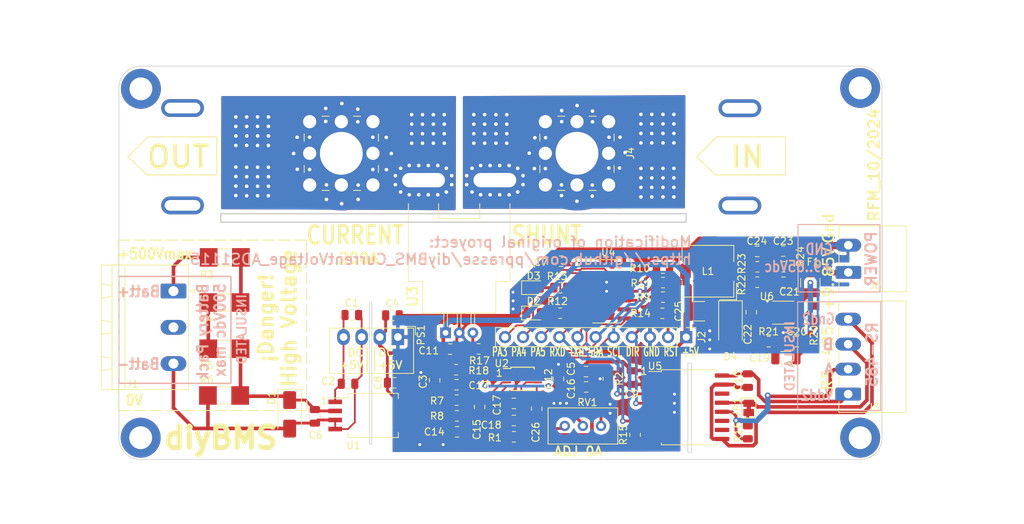
<source format=kicad_pcb>
(kicad_pcb (version 20240108) (generator "pcbnew") (generator_version "8.0")
  (layers (0 "F.Cu" signal) (31 "B.Cu" signal) (34 "B.Paste" user) (35 "F.Paste" user) (36 "B.SilkS" user "B.Silkscreen") (37 "F.SilkS" user "F.Silkscreen") (38 "B.Mask" user) (39 "F.Mask" user) (44 "Edge.Cuts" user))
  (net 0 "")
  (net 1 "Net-(D1-A1)")
  (net 2 "GND1")
  (net 3 "GND")
  (net 4 "+5V")
  (net 5 "+5VP")
  (net 6 "Net-(R3-Pad2)")
  (net 7 "Net-(R4-Pad2)")
  (net 8 "Net-(U1-OUT+)")
  (net 9 "Net-(U1-OUT-)")
  (net 10 "GND2")
  (net 11 "VDD2")
  (net 12 "Net-(D2-A)")
  (net 13 "Net-(D3-A)")
  (net 14 "Net-(J2-Pin_2)")
  (net 15 "SCL")
  (net 16 "SDA")
  (net 17 "TXD")
  (net 18 "RXD")
  (net 19 "PA5")
  (net 20 "Net-(J4-Pin_1)")
  (net 21 "Net-(J5-Pin_1)")
  (net 22 "Net-(JP1-A)")
  (net 23 "B")
  (net 24 "RESET")
  (net 25 "PA7")
  (net 26 "PA6")
  (net 27 "Net-(U5-PV)")
  (net 28 "A")
  (net 29 "PA3")
  (net 30 "PA4")
  (net 31 "ALERT")
  (net 32 "XDIR")
  (net 36 "Net-(J1-Pin_1)")
  (net 37 "Net-(U3-VIOUT)")
  (net 38 "Net-(U2-AIN2)")
  (net 39 "Net-(U2-AIN0)")
  (net 40 "Net-(U2-AIN1)")
  (net 41 "Net-(U2-AIN3)")
  (net 43 "Net-(R1-Pad1)")
  (net 44 "Net-(R2-Pad1)")
  (net 45 "Net-(J6-Pin_1)")
  (net 46 "Net-(U6-VCC)")
  (net 47 "Net-(U6-BST)")
  (net 48 "Net-(D4-K)")
  (net 49 "Net-(U6-FB)")
  (net 50 "Net-(C23-Pad2)")
  (net 51 "Net-(U6-Rt{slash}SD)")
  (net 52 "Net-(U6-RCL)")
  (net 53 "Net-(U6-VIN)")
  (footprint "" (layer "F.Cu") (at 144.9832 61.8998)
    (property "Reference" "")
    (property "Value" "")
  )
  (footprint "" (layer "F.Cu") (at 98.679 71.879 90)
    (property "Reference" "")
    (property "Value" "")
  )
  (footprint "" (layer "F.Cu") (at 151.003 66.3448 -90)
    (property "Reference" "")
    (property "Value" "")
  )
  (footprint "PP:PP | R_MELF_MMB-0207 | 0805 Compatible" (layer "F.Cu") (at 95.5548 95.9866)
    (property "Reference" "R5")
    (property "Value" "402k")
  )
  (footprint "Package_SO:SOIC-16W_7.5x10.3mm_P1.27mm" (layer "F.Cu") (at 160.655 104.1908)
    (property "Reference" "U5")
    (property "Value" "ADM2483xRW")
  )
  (footprint "" (layer "F.Cu") (at 155.448 74.7136 90)
    (property "Reference" "")
    (property "Value" "")
  )
  (footprint "Resistor_SMD:R_0805_2012Metric" (layer "F.Cu") (at 173.9036 84.5058)
    (property "Reference" "R24")
    (property "Value" "10k")
  )
  (footprint "" (layer "F.Cu") (at 153.924 63.1444 90)
    (property "Reference" "")
    (property "Value" "")
  )
  (footprint "" (layer "F.Cu") (at 101.727 71.879 90)
    (property "Reference" "")
    (property "Value" "")
  )
  (footprint "" (layer "F.Cu") (at 130.5052 64.516333 90)
    (property "Reference" "")
    (property "Value" "")
  )
  (footprint "Inductor_SMD:L_TDK_SLF7045" (layer "F.Cu") (at 163.322 85.1275 180)
    (property "Reference" "L1")
    (property "Value" "1mH")
  )
  (footprint "" (layer "F.Cu") (at 105.7402 66.3448)
    (property "Reference" "")
    (property "Value" "")
  )
  (footprint "" (layer "F.Cu") (at 157.0228 72.046933 90)
    (property "Reference" "")
    (property "Value" "")
  )
  (footprint "Diode_SMD:D_SMA" (layer "F.Cu") (at 166.4755 92.771 -90)
    (property "Reference" "D4")
    (property "Value" "400V 1A 1.3V @ 1A 150ns SMA")
  )
  (footprint "" (layer "F.Cu") (at 132.0292 67.183 90)
    (property "Reference" "")
    (property "Value" "")
  )
  (footprint "" (layer "F.Cu") (at 97.155 63.5 90)
    (property "Reference" "")
    (property "Value" "")
  )
  (footprint "Capacitor_SMD:C_0805_2012Metric" (layer "F.Cu") (at 173.9036 86.6648 180)
    (property "Reference" "C21")
    (property "Value" "1uF")
  )
  (footprint "" (layer "F.Cu") (at 124.841 67.183 90)
    (property "Reference" "")
    (property "Value" "")
  )
  (footprint "" (layer "F.Cu") (at 121.793 64.513 90)
    (property "Reference" "")
    (property "Value" "")
  )
  (footprint "" (layer "F.Cu") (at 147.1168 73.0504 180)
    (property "Reference" "")
    (property "Value" "")
  )
  (footprint "" (layer "F.Cu") (at 167.7924 62.2808)
    (property "Reference" "")
    (property "Value" "")
  )
  (footprint "" (layer "F.Cu") (at 118.237 66.3702)
    (property "Reference" "")
    (property "Value" "")
  )
  (footprint "" (layer "F.Cu") (at 147.1168 74.5998 180)
    (property "Reference" "")
    (property "Value" "")
  )
  (footprint "" (layer "F.Cu") (at 126.365 64.513 90)
    (property "Reference" "")
    (property "Value" "")
  )
  (footprint "Capacitor_SMD:C_0805_2012Metric" (layer "F.Cu") (at 146.247 101.346 180)
    (property "Reference" "C16")
    (property "Value" "10u")
  )
  (footprint "" (layer "F.Cu") (at 124.841 63.183 90)
    (property "Reference" "")
    (property "Value" "")
  )
  (footprint "" (layer "F.Cu") (at 121.793 65.853 90)
    (property "Reference" "")
    (property "Value" "")
  )
  (footprint "" (layer "F.Cu") (at 101.727 66.167 90)
    (property "Reference" "")
    (property "Value" "")
  )
  (footprint "" (layer "F.Cu") (at 97.155 73.1936 90)
    (property "Reference" "")
    (property "Value" "")
  )
  (footprint "" (layer "F.Cu") (at 158.5468 64.477733 90)
    (property "Reference" "")
    (property "Value" "")
  )
  (footprint "Capacitor_SMD:C_0805_2012Metric" (layer "F.Cu") (at 125.0188 100.396 90)
    (property "Reference" "C3")
    (property "Value" "100n")
  )
  (footprint "" (layer "F.Cu") (at 100.203 73.219 90)
    (property "Reference" "")
    (property "Value" "")
  )
  (footprint "Capacitor_SMD:C_0805_2012Metric" (layer "F.Cu") (at 173.863 82.296 180)
    (property "Reference" "C23")
    (property "Value" "10nF")
  )
  (footprint "" (layer "F.Cu") (at 97.155 74.5236 90)
    (property "Reference" "")
    (property "Value" "")
  )
  (footprint "" (layer "F.Cu") (at 157.0228 67.1444 90)
    (property "Reference" "")
    (property "Value" "")
  )
  (footprint "" (layer "F.Cu") (at 138.9888 70.739 90)
    (property "Reference" "")
    (property "Value" "")
  )
  (footprint "TerminalBlock_Wuerth:Wuerth_REDCUBE-THR_WP-THRBU_74650194_THR" (layer "F.Cu") (at 111.9378 68.5994 -90)
    (property "Reference" "J5")
    (property "Value" "9x9 PIN connector")
  )
  (footprint "" (layer "F.Cu") (at 98.679 70.549 90)
    (property "Reference" "")
    (property "Value" "")
  )
  (footprint "" (layer "F.Cu") (at 153.924 67.1444 90)
    (property "Reference" "")
    (property "Value" "")
  )
  (footprint "" (layer "F.Cu") (at 109.7534 64.135)
    (property "Reference" "")
    (property "Value" "")
  )
  (footprint "Capacitor_SMD:C_0805_2012Metric" (layer "F.Cu") (at 168.91 100.457 90)
    (property "Reference" "C10")
    (property "Value" "100nF")
  )
  (footprint "" (layer "F.Cu") (at 158.5468 72.046933 90)
    (property "Reference" "")
    (property "Value" "")
  )
  (footprint "" (layer "F.Cu") (at 153.924 65.811066 90)
    (property "Reference" "")
    (property "Value" "")
  )
  (footprint "" (layer "F.Cu") (at 116.3574 70.866)
    (property "Reference" "")
    (property "Value" "")
  )
  (footprint "" (layer "F.Cu") (at 157.0228 74.7136 90)
    (property "Reference" "")
    (property "Value" "")
  )
  (footprint "" (layer "F.Cu") (at 109.855 73.025)
    (property "Reference" "")
    (property "Value" "")
  )
  (footprint "Capacitor_SMD:C_0805_2012Metric" (layer "F.Cu") (at 119.3597 100.7669)
    (property "Reference" "C8")
    (property "Value" "100nF")
  )
  (footprint "Capacitor_SMD:C_0805_2012Metric" (layer "F.Cu") (at 108.2294 105.4608 -90)
    (property "Reference" "C6")
    (property "Value" "1n")
  )
  (footprint "" (layer "F.Cu") (at 133.604 63.183 90)
    (property "Reference" "")
    (property "Value" "")
  )
  (footprint "PP:PP | R_MELF_MMB-0207 | 0805 Compatible" (layer "F.Cu") (at 95.6056 83.185)
    (property "Reference" "R3")
    (property "Value" "402k")
  )
  (footprint "Capacitor_SMD:C_0805_2012Metric" (layer "F.Cu") (at 152.654 100.0252 -90)
    (property "Reference" "C9")
    (property "Value" "100nF")
  )
  (footprint "Capacitor_SMD:C_0805_2012Metric" (layer "F.Cu") (at 146.238 99.187)
    (property "Reference" "C5")
    (property "Value" "100n")
  )
  (footprint "" (layer "F.Cu") (at 142.8242 62.611)
    (property "Reference" "")
    (property "Value" "")
  )
  (footprint "" (layer "F.Cu") (at 98.679 64.83 90)
    (property "Reference" "")
    (property "Value" "")
  )
  (footprint "" (layer "F.Cu") (at 89.6874 75.8952)
    (property "Reference" "")
    (property "Value" "")
  )
  (footprint "Capacitor_SMD:C_0805_2012Metric" (layer "F.Cu") (at 128.082 101.031)
    (property "Reference" "C13")
    (property "Value" "100n")
  )
  (footprint "" (layer "F.Cu") (at 153.924 74.7136 90)
    (property "Reference" "")
    (property "Value" "")
  )
  (footprint "" (layer "F.Cu") (at 184.658 59.436)
    (property "Reference" "")
    (property "Value" "")
  )
  (footprint "Capacitor_SMD:C_0805_2012Metric" (layer "F.Cu") (at 127.1778 96.0374)
    (property "Reference" "C11")
    (property "Value" "100n")
  )
  (footprint "" (layer "F.Cu") (at 157.0228 65.811066 90)
    (property "Reference" "")
    (property "Value" "")
  )
  (footprint "" (layer "F.Cu") (at 109.7534 62.3062)
    (property "Reference" "")
    (property "Value" "")
  )
  (footprint "Resistor_SMD:R_0805_2012Metric" (layer "F.Cu") (at 128.1328 105.3998)
    (property "Reference" "R8")
    (property "Value" "10k")
  )
  (footprint "Capacitor_SMD:C_1210_3225Metric" (layer "F.Cu") (at 162.1575 90.739 180)
    (property "Reference" "C25")
    (property "Value" "47uF")
  )
  (footprint "Capacitor_SMD:C_0805_2012Metric" (layer "F.Cu") (at 136.1205 106.045 180)
    (property "Reference" "C18")
    (property "Value" "10u")
  )
  (footprint "Connector_Phoenix_MC:PhoenixContact_MC_1,5_4-G-3.5_1x04_P3.50mm_Horizontal" (layer "F.Cu") (at 182.974 102.35 90)
    (property "Reference" "J3")
    (property "Value" "Screw_Terminal_01x04")
  )
  (footprint "" (layer "F.Cu") (at 97.155 67.5 90)
    (property "Reference" "")
    (property "Value" "")
  )
  (footprint "" (layer "F.Cu") (at 184.658 108.458)
    (property "Reference" "")
    (property "Value" "")
  )
  (footprint "Diode_SMD:D_SMA" (layer "F.Cu") (at 104.6988 105.1814 -90)
    (property "Reference" "D1")
    (property "Value" "SMAJ5.0A")
  )
  (footprint "" (layer "F.Cu") (at 107.4928 66.3448)
    (property "Reference" "")
    (property "Value" "")
  )
  (footprint "" (layer "F.Cu") (at 158.5468 74.7136 90)
    (property "Reference" "")
    (property "Value" "")
  )
  (footprint "Capacitor_SMD:C_0805_2012Metric" (layer "F.Cu") (at 113.411 91.2622)
    (property "Reference" "C1")
    (property "Value" "10u")
  )
  (footprint "" (layer "F.Cu") (at 100.203 70.549 90)
    (property "Reference" "")
    (property "Value" "")
  )
  (footprint "" (layer "F.Cu") (at 158.5468 65.811066 90)
    (property "Reference" "")
    (property "Value" "")
  )
  (footprint "" (layer "F.Cu") (at 97.155 70.5236 90)
    (property "Reference" "")
    (property "Value" "")
  )
  (footprint "" (layer "F.Cu") (at 107.4928 70.866)
    (property "Reference" "")
    (property "Value" "")
  )
  (footprint "" (layer "F.Cu") (at 100.203 71.879 90)
    (property "Reference" "")
    (property "Value" "")
  )
  (footprint "" (layer "F.Cu") (at 98.679 67.497 90)
    (property "Reference" "")
    (property "Value" "")
  )
  (footprint "" (layer "F.Cu") (at 167.7924 75.9206)
    (property "Reference" "")
    (property "Value" "")
  )
  (footprint "" (layer "F.Cu") (at 123.317 67.183 90)
    (property "Reference" "")
    (property "Value" "")
  )
  (footprint "" (layer "F.Cu") (at 97.155 66.166666 90)
    (property "Reference" "")
    (property "Value" "")
  )
  (footprint "Resistor_SMD:R_0805_2012Metric" (layer "F.Cu") (at 131.191 96.012 180)
    (property "Reference" "R17")
    (property "Value" "10k")
  )
  (footprint "" (layer "F.Cu") (at 105.2576 68.6308)
    (property "Reference" "")
    (property "Value" "")
  )
  (footprint "" (layer "F.Cu") (at 114.3 73.0504)
    (property "Reference" "")
    (property "Value" "")
  )
  (footprint "" (layer "F.Cu") (at 123.317 64.513 90)
    (property "Reference" "")
    (property "Value" "")
  )
  (footprint "" (layer "F.Cu") (at 83.82 108.458)
    (property "Reference" "")
    (property "Value" "")
  )
  (footprint "" (layer "F.Cu") (at 101.727 70.549 90)
    (property "Reference" "")
    (property "Value" "")
  )
  (footprint "" (layer "F.Cu") (at 126.365 67.183 90)
    (property "Reference" "")
    (property "Value" "")
  )
  (footprint "" (layer "F.Cu") (at 100.203 63.5 90)
    (property "Reference" "")
    (property "Value" "")
  )
  (footprint "" (layer "F.Cu") (at 155.448 67.1444 90)
    (property "Reference" "")
    (property "Value" "")
  )
  (footprint "" (layer "F.Cu") (at 98.679 74.549 90)
    (property "Reference" "")
    (property "Value" "")
  )
  (footprint "Capacitor_SMD:C_0805_2012Metric" (layer "F.Cu") (at 175.768 94.996 180)
    (property "Reference" "C20")
    (property "Value" "100nF 100V")
  )
  (footprint "" (layer "F.Cu") (at 157.0228 73.380266 90)
    (property "Reference" "")
    (property "Value" "")
  )
  (footprint "PP:PP | R_MELF_MMB-0207 | 0805 Compatible" (layer "F.Cu") (at 95.5548 89.5096 180)
    (property "Reference" "R4")
    (property "Value" "402k")
  )
  (footprint "Connector_PinHeader_2.54mm:PinHeader_1x11_P2.54mm_Vertical" (layer "F.Cu") (at 160.274 94.361 -90)
    (property "Reference" "J2")
    (property "Value" "Conn_01x11_Pin")
  )
  (footprint "" (layer "F.Cu") (at 155.448 72.046933 90)
    (property "Reference" "")
    (property "Value" "")
  )
  (footprint "Capacitor_SMD:C_0805_2012Metric" (layer "F.Cu") (at 119.1006 91.313)
    (property "Reference" "C4")
    (property "Value" "10u")
  )
  (footprint "" (layer "F.Cu") (at 105.7656 70.8406)
    (property "Reference" "")
    (property "Value" "")
  )
  (footprint "" (layer "F.Cu") (at 139.065 66.421 90)
    (property "Reference" "")
    (property "Value" "")
  )
  (footprint "Resistor_SMD:R_0805_2012Metric" (layer "F.Cu") (at 170.2481 84.5058)
    (property "Reference" "R23")
    (property "Value" "10k")
  )
  (footprint "" (layer "F.Cu") (at 126.365 65.853 90)
    (property "Reference" "")
    (property "Value" "")
  )
  (footprint "" (layer "F.Cu") (at 147.1422 64.1858)
    (property "Reference" "")
    (property "Value" "")
  )
  (footprint "" (layer "F.Cu") (at 114.3 75.057)
    (property "Reference" "")
    (property "Value" "")
  )
  (footprint "" (layer "F.Cu") (at 140.5382 70.739 90)
    (property "Reference" "")
    (property "Value" "")
  )
  (footprint "" (layer "F.Cu") (at 149.4536 66.3448 -90)
    (property "Reference" "")
    (property "Value" "")
  )
  (footprint "" (layer "F.Cu") (at 158.5468 67.1444 90)
    (property "Reference" "")
    (property "Value" "")
  )
  (footprint "" (layer "F.Cu") (at 147.1422 62.6872)
    (property "Reference" "")
    (property "Value" "")
  )
  (footprint "" (layer "F.Cu") (at 155.448 64.477733 90)
    (property "Reference" "")
    (property "Value" "")
  )
  (footprint "Capacitor_SMD:C_0805_2012Metric" (layer "F.Cu") (at 128.1582 107.635 180)
    (property "Reference" "C14")
    (property "Value" "100n")
  )
  (footprint "" (layer "F.Cu") (at 101.727 63.5 90)
    (property "Reference" "")
    (property "Value" "")
  )
  (footprint "Resistor_SMD:R_0805_2012Metric" (layer "F.Cu") (at 156.9212 91.0317 180)
    (property "Reference" "R14")
    (property "Value" "470R")
  )
  (footprint "" (layer "F.Cu") (at 101.727 67.497 90)
    (property "Reference" "")
    (property "Value" "")
  )
  (footprint "Resistor_SMD:R_0805_2012Metric" (layer "F.Cu") (at 171.831 94.996)
    (property "Reference" "R21")
    (property "Value" "150k")
  )
  (footprint "" (layer "F.Cu") (at 124.841 64.513 90)
    (property "Reference" "")
    (property "Value" "")
  )
  (footprint "Capacitor_SMD:C_1206_3216Metric" (layer "F.Cu") (at 174.244 97.282 180)
    (property "Reference" "C19")
    (property "Value" "1uF")
  )
  (footprint "" (layer "F.Cu") (at 98.679 66.167 90)
    (property "Reference" "")
    (property "Value" "")
  )
  (footprint "" (layer "F.Cu") (at 135.128 63.183 90)
    (property "Reference" "")
    (property "Value" "")
  )
  (footprint "" (layer "F.Cu") (at 142.7988 74.5236 180)
    (property "Reference" "")
    (property "Value" "")
  )
  (footprint "" (layer "F.Cu") (at 124.841 65.853 90)
    (property "Reference" "")
    (property "Value" "")
  )
  (footprint "" (layer "F.Cu") (at 114.2492 62.4078)
    (property "Reference" "")
    (property "Value" "")
  )
  (footprint "" (layer "F.Cu") (at 133.604 67.183 90)
    (property "Reference" "")
    (property "Value" "")
  )
  (footprint "Resistor_SMD:R_0805_2012Metric" (layer "F.Cu") (at 157.020524 88.747048)
    (property "Reference" "R9")
    (property "Value" "100K")
  )
  (footprint "Resistor_SMD:R_0805_2012Metric" (layer "F.Cu") (at 142.6246 91.0082)
    (property "Reference" "R12")
    (property "Value" "330R")
  )
  (footprint "" (layer "F.Cu") (at 158.5468 70.7136 90)
    (property "Reference" "")
    (property "Value" "")
  )
  (footprint "" (layer "F.Cu") (at 140.5636 66.421 90)
    (property "Reference" "")
    (property "Value" "")
  )
  (footprint "Resistor_SMD:R_0805_2012Metric" (layer "F.Cu") (at 142.6265 87.4268)
    (property "Reference" "R13")
    (property "Value" "330R")
  )
  (footprint "" (layer "F.Cu") (at 97.155 64.833333 90)
    (property "Reference" "")
    (property "Value" "")
  )
  (footprint "" (layer "F.Cu") (at 130.5052 67.183 90)
    (property "Reference" "")
    (property "Value" "")
  )
  (footprint "" (layer "F.Cu") (at 89.6874 62.2554)
    (property "Reference" "")
    (property "Value" "")
  )
  (footprint "" (layer "F.Cu") (at 116.3574 66.3448)
    (property "Reference" "")
    (property "Value" "")
  )
  (footprint "Resistor_SMD:R_0805_2012Metric" (layer "F.Cu") (at 128.0395 98.933 180)
    (property "Reference" "R18")
    (property "Value" "4k7")
  )
  (footprint "Potentiometer_THT:Potentiometer_Bourns_3296W_Vertical" (layer "F.Cu") (at 148.336 106.807)
    (property "Reference" "RV1")
    (property "Value" "500R")
  )
  (footprint "Capacitor_SMD:C_0805_2012Metric" (layer "F.Cu") (at 139.319 104.394 90)
    (property "Reference" "C26")
    (property "Value" "100n")
  )
  (footprint "" (layer "F.Cu") (at 123.317 65.853 90)
    (property "Reference" "")
    (property "Value" "")
  )
  (footprint "Package_SO:SSO-8_6.8x5.9mm_P1.27mm_Clearance8mm" (layer "F.Cu") (at 116.4252 105.3389)
    (property "Reference" "U1")
    (property "Value" "ACPL-C870")
  )
  (footprint "" (layer "F.Cu") (at 155.448 73.380266 90)
    (property "Reference" "")
    (property "Value" "")
  )
  (footprint "Package_SO:TSSOP-10_3x3mm_P0.5mm" (layer "F.Cu") (at 137.3414 100.203)
    (property "Reference" "U2")
    (property "Value" "ADS1115IDGS")
  )
  (footprint "" (layer "F.Cu") (at 153.924 73.380266 90)
    (property "Reference" "")
    (property "Value" "")
  )
  (footprint "" (layer "F.Cu") (at 133.604 64.516333 90)
    (property "Reference" "")
    (property "Value" "")
  )
  (footprint "" (layer "F.Cu") (at 153.924 64.477733 90)
    (property "Reference" "")
    (property "Value" "")
  )
  (footprint "Sensor_Current:Allegro_CB_PFF" (layer "F.Cu") (at 126.5478 93.7594)
    (property "Reference" "U3")
    (property "Value" "ACS758xCB-200B-PFF")
  )
  (footprint "Resistor_SMD:R_0805_2012Metric" (layer "F.Cu") (at 157.020524 84.683048 180)
    (property "Reference" "R10")
    (property "Value" "4k7")
  )
  (footprint "" (layer "F.Cu") (at 157.0228 64.477733 90)
    (property "Reference" "")
    (property "Value" "")
  )
  (footprint "" (layer "F.Cu") (at 130.5052 65.849666 90)
    (property "Reference" "")
    (property "Value" "")
  )
  (footprint "" (layer "F.Cu") (at 118.2624 70.8914)
    (property "Reference" "")
    (property "Value" "")
  )
  (footprint "" (layer "F.Cu") (at 98.679 63.5 90)
    (property "Reference" "")
    (property "Value" "")
  )
  (footprint "" (layer "F.Cu") (at 158.5468 73.380266 90)
    (property "Reference" "")
    (property "Value" "")
  )
  (footprint "" (layer "F.Cu") (at 126.365 63.183 90)
    (property "Reference" "")
    (property "Value" "")
  )
  (footprint "LED_SMD:LED_0805_2012Metric" (layer "F.Cu") (at 138.8927 90.984148)
    (property "Reference" "D2")
    (property "Value" "GREEN")
  )
  (footprint "Resistor_SMD:R_0805_2012Metric" (layer "F.Cu") (at 128.1055 103.19)
    (property "Reference" "R7")
    (property "Value" "10k")
  )
  (footprint "" (layer "F.Cu") (at 100.203 74.549 90)
    (property "Reference" "")
    (property "Value" "")
  )
  (footprint "Jumper:SolderJumper-2_P1.3mm_Bridged_Pad1.0x1.5mm" (layer "F.Cu") (at 169.037 104.282 90)
    (property "Reference" "JP1")
    (property "Value" "SolderJumper_2_Bridged")
  )
  (footprint "" (layer "F.Cu") (at 155.448 63.1444 90)
    (property "Reference" "")
    (property "Value" "")
  )
  (footprint "PP:PP _ R_MELF_MMB-0207 _ 0805 Compatible" (layer "F.Cu") (at 95.504 102.5398 180)
    (property "Reference" "R6")
    (property "Value" "4k7")
  )
  (footprint "Connector_Phoenix_MSTB:PhoenixContact_MSTBA_2,5_3-G-5,08_1x03_P5.08mm_Horizontal" (layer "F.Cu") (at 88.4174 87.9094 -90)
    (property "Reference" "J1")
    (property "Value" "Screw_Terminal_01x03")
  )
  (footprint "Connector_Phoenix_MC:PhoenixContact_MC_1,5_2-G-3.81_1x02_P3.81mm_Horizontal" (layer "F.Cu") (at 182.9955 85.289 90)
    (property "Reference" "J6")
    (property "Value" "Screw_Terminal_01x02")
  )
  (footprint "Capacitor_SMD:C_0805_2012Metric" (layer "F.Cu") (at 142.7262 83.7184 180)
    (property "Reference" "C7")
    (property "Value" "10u")
  )
  (footprint "Resistor_SMD:R_0805_2012Metric" (layer "F.Cu") (at 153.1112 108.0516 90)
    (property "Reference" "R15")
    (property "Value" "10K")
  )
  (footprint "" (layer "F.Cu") (at 130.5052 63.183 90)
    (property "Reference" "")
    (property "Value" "")
  )
  (footprint "" (layer "F.Cu") (at 153.924 70.7136 90)
    (property "Reference" "")
    (property "Value" "")
  )
  (footprint "" (layer "F.Cu") (at 112.014 61.6204)
    (property "Reference" "")
    (property "Value" "")
  )
  (footprint "MountingHole:MountingHole_3.2mm_M3_DIN965_Pad" (layer "F.Cu") (at 83.853987 59.563)
    (property "Reference" "REF**" (hide yes))
    (property "Value" "MountingHole_3.2mm_M3_DIN965_Pad")
  )
  (footprint "" (layer "F.Cu") (at 144.9578 75.311 180)
    (property "Reference" "")
    (property "Value" "")
  )
  (footprint "" (layer "F.Cu") (at 149.4282 70.6628 -90)
    (property "Reference" "")
    (property "Value" "")
  )
  (footprint "Capacitor_SMD:C_0805_2012Metric" (layer "F.Cu") (at 131.318 104.14 90)
    (property "Reference" "C15")
    (property "Value" "100n")
  )
  (footprint "" (layer "F.Cu") (at 114.2492 64.1858)
    (property "Reference" "")
    (property "Value" "")
  )
  (footprint "Capacitor_SMD:C_0805_2012Metric" (layer "F.Cu") (at 112.8827 100.8939)
    (property "Reference" "C2")
    (property "Value" "100n")
  )
  (footprint "" (layer "F.Cu") (at 98.679 73.219 90)
    (property "Reference" "")
    (property "Value" "")
  )
  (footprint "" (layer "F.Cu") (at 101.727 73.219 90)
    (property "Reference" "")
    (property "Value" "")
  )
  (footprint "" (layer "F.Cu") (at 101.727 74.549 90)
    (property "Reference" "")
    (property "Value" "")
  )
  (footprint "Package_SO:SOIC-14_3.9x8.7mm_P1.27mm" (layer "F.Cu") (at 149.123024 87.9348)
    (property "Reference" "U4")
    (property "Value" "ATtiny1614-SS")
  )
  (footprint "" (layer "F.Cu") (at 97.155 71.8536 90)
    (property "Reference" "")
    (property "Value" "")
  )
  (footprint "" (layer "F.Cu") (at 132.0292 63.183 90)
    (property "Reference" "")
    (property "Value" "")
  )
  (footprint "" (layer "F.Cu") (at 151.7142 68.5038 -90)
    (property "Reference" "")
    (property "Value" "")
  )
  (footprint "" (layer "F.Cu") (at 153.924 72.046933 90)
    (property "Reference" "")
    (property "Value" "")
  )
  (footprint "" (layer "F.Cu") (at 138.2776 68.58 90)
    (property "Reference" "")
    (property "Value" "")
  )
  (footprint "Resistor_SMD:R_0805_2012Metric" (layer "F.Cu") (at 157.020524 86.715048 180)
    (property "Reference" "R11")
    (property "Value" "4k7")
  )
  (footprint "" (layer "F.Cu") (at 123.317 63.183 90)
    (property "Reference" "")
    (property "Value" "")
  )
  (footprint "Resistor_SMD:R_0805_2012Metric" (layer "F.Cu") (at 168.91 107.696 -90)
    (property "Reference" "R16")
    (property "Value" "120R")
  )
  (footprint "Resistor_SMD:R_0805_2012Metric" (layer "F.Cu") (at 136.1205 108.331)
    (property "Reference" "R1")
    (property "Value" "4k7")
  )
  (footprint "Resistor_SMD:R_0805_2012Metric" (layer "F.Cu") (at 149.352 100.203 90)
    (property "Reference" "R2")
    (property "Value" "4k7")
  )
  (footprint "" (layer "F.Cu") (at 158.5468 63.1444 90)
    (property "Reference" "")
    (property "Value" "")
  )
  (footprint "Fuse:Fuse_1210_3225Metric" (layer "F.Cu") (at 177.673 86.741 90)
    (property "Reference" "F1")
    (property "Value" "Fuse, 0.5A")
  )
  (footprint "" (layer "F.Cu") (at 100.203 66.167 90)
    (property "Reference" "")
    (property "Value" "")
  )
  (footprint "Package_SO:MSOP-8_3x3mm_P0.65mm" (layer "F.Cu") (at 173.863 90.932)
    (property "Reference" "U6")
    (property "Value" "LM5009A")
  )
  (footprint "LED_SMD:LED_0805_2012Metric" (layer "F.Cu") (at 138.8927 87.428148)
    (property "Reference" "D3")
    (property "Value" "RED")
  )
  (footprint "Resistor_SMD:R_0805_2012Metric" (layer "F.Cu") (at 178.181 90.932 90)
    (property "Reference" "R20")
    (property "Value" "680k")
  )
  (footprint "" (layer "F.Cu") (at 121.793 67.183 90)
    (property "Reference" "")
    (property "Value" "")
  )
  (footprint "" (layer "F.Cu") (at 109.855 75.057)
    (property "Reference" "")
    (property "Value" "")
  )
  (footprint "" (layer "F.Cu") (at 155.448 65.811066 90)
    (property "Reference" "")
    (property "Value" "")
  )
  (footprint "" (layer "F.Cu") (at 100.203 64.83 90)
    (property "Reference" "")
    (property "Value" "")
  )
  (footprint "TerminalBlock_Wuerth:Wuerth_REDCUBE-THR_WP-THRBU_74650194_THR" (layer "F.Cu") (at 144.9678 68.5994 -90)
    (property "Reference" "J4")
    (property "Value" "9x9 PIN connector")
  )
  (footprint "" (layer "F.Cu") (at 157.0228 70.7136 90)
    (property "Reference" "")
    (property "Value" "")
  )
  (footprint "Capacitor_SMD:C_0805_2012Metric" (layer "F.Cu") (at 170.2266 82.3448)
    (property "Reference" "C24")
    (property "Value" "3.3nF")
  )
  (footprint "" (layer "F.Cu") (at 157.0228 63.1444 90)
    (property "Reference" "")
    (property "Value" "")
  )
  (footprint "Capacitor_SMD:C_0805_2012Metric" (layer "F.Cu") (at 169.3965 90.866 90)
    (property "Reference" "C22")
    (property "Value" "10nF")
  )
  (footprint "" (layer "F.Cu") (at 111.9886 75.6666)
    (property "Reference" "")
    (property "Value" "")
  )
  (footprint "Resistor_SMD:R_0805_2012Metric" (layer "F.Cu") (at 170.2266 86.6628)
    (property "Reference" "R22")
    (property "Value" "470k")
  )
  (footprint "" (layer "F.Cu") (at 135.128 67.183 90)
    (property "Reference" "")
    (property "Value" "")
  )
  (footprint "" (layer "F.Cu") (at 135.128 65.849666 90)
    (property "Reference" "")
    (property "Value" "")
  )
  (footprint "" (layer "F.Cu") (at 142.8242 64.1604)
    (property "Reference" "")
    (property "Value" "")
  )
  (footprint "" (layer "F.Cu") (at 101.727 64.83 90)
    (property "Reference" "")
    (property "Value" "")
  )
  (footprint "" (layer "F.Cu") (at 132.0292 64.516333 90)
    (property "Reference" "")
    (property "Value" "")
  )
  (footprint "" (layer "F.Cu") (at 118.9482 68.6308)
    (property "Reference" "")
    (property "Value" "")
  )
  (footprint "" (layer "F.Cu") (at 132.0292 65.849666 90)
    (property "Reference" "")
    (property "Value" "")
  )
  (footprint "" (layer "F.Cu") (at 150.9268 70.6628 -90)
    (property "Reference" "")
    (property "Value" "")
  )
  (footprint "" (layer "F.Cu") (at 133.604 65.849666 90)
    (property "Reference" "")
    (property "Value" "")
  )
  (footprint "" (layer "F.Cu") (at 155.448 70.7136 90)
    (property "Reference" "")
    (property "Value" "")
  )
  (footprint "Converter_DCDC:Converter_DCDC_Murata_MEE1SxxxxSC_THT" (layer "F.Cu") (at 119.8677 94.3524 -90)
    (property "Reference" "PS1")
    (property "Value" "MEE1S0505SC")
  )
  (footprint "" (layer "F.Cu") (at 135.128 64.516333 90)
    (property "Reference" "")
    (property "Value" "")
  )
  (footprint "" (layer "F.Cu") (at 142.7988 73.025 180)
    (property "Reference" "")
    (property "Value" "")
  )
  (footprint "" (layer "F.Cu") (at 100.203 67.497 90)
    (property "Reference" "")
    (property "Value" "")
  )
  (footprint "Capacitor_SMD:C_0805_2012Metric" (layer "F.Cu") (at 142.367 100.203 90)
    (property "Reference" "C12")
    (property "Value" "100n")
  )
  (footprint "" (layer "F.Cu") (at 121.793 63.183 90)
    (property "Reference" "")
    (property "Value" "")
  )
  (footprint "Capacitor_SMD:C_0805_2012Metric" (layer "F.Cu") (at 136.1205 103.6574 180)
    (property "Reference" "C17")
    (property "Value" "100n")
  )
  (gr_rect (start 175.9458 78.5876) (end 187.4266 88.0364) (stroke (width 0.15)) (fill none) (layer "B.SilkS"))
  (gr_rect (start 175.895 89.408) (end 187.5282 104.648) (stroke (width 0.15)) (fill none) (layer "B.SilkS"))
  (gr_rect (start 80.772 85.852) (end 96.4692 100.838) (stroke (width 0.2)) (fill none) (layer "B.SilkS"))
  (gr_line (start 82.042 69.088) (end 84.836 66.294) (stroke (width 0.15)) (layer "F.SilkS"))
  (gr_line (start 84.709 71.628) (end 82.042 69.088) (stroke (width 0.15)) (layer "F.SilkS"))
  (gr_line (start 164.5285 66.294) (end 174.1805 66.294) (stroke (width 0.15)) (layer "F.SilkS"))
  (gr_line (start 164.4015 71.628) (end 161.7345 69.088) (stroke (width 0.15)) (layer "F.SilkS"))
  (gr_line (start 94.488 66.294) (end 94.488 71.628) (stroke (width 0.15)) (layer "F.SilkS"))
  (gr_line (start 94.488 71.628) (end 84.709 71.628) (stroke (width 0.15)) (layer "F.SilkS"))
  (gr_rect (start 80.6704 80.772) (end 107.0864 104.648) (stroke (width 0.15) (type dash)) (fill none) (layer "F.SilkS"))
  (gr_line (start 174.1805 66.294) (end 174.1805 71.628) (stroke (width 0.15)) (layer "F.SilkS"))
  (gr_line (start 84.836 66.294) (end 94.488 66.294) (stroke (width 0.15)) (layer "F.SilkS"))
  (gr_line (start 161.7345 69.088) (end 164.5285 66.294) (stroke (width 0.15)) (layer "F.SilkS"))
  (gr_line (start 174.1805 71.628) (end 164.4015 71.628) (stroke (width 0.15)) (layer "F.SilkS"))
  (gr_line (start 80.772 108.506) (end 80.772 59.388) (stroke (width 0.1)) (layer "Edge.Cuts"))
  (gr_line (start 187.706 59.388) (end 187.706 108.506) (stroke (width 0.1)) (layer "Edge.Cuts"))
  (gr_arc (start 187.706 108.506) (mid 186.82732 110.62732) (end 184.706 111.506) (stroke (width 0.1)) (layer "Edge.Cuts"))
  (gr_arc (start 80.772 59.388) (mid 81.65068 57.26668) (end 83.772 56.388) (stroke (width 0.1)) (layer "Edge.Cuts"))
  (gr_rect (start 95.0468 77.0636) (end 160.274 78.2574) (stroke (width 0.2)) (fill none) (layer "Edge.Cuts"))
  (gr_rect (start 160.5 98) (end 161 110.5) (stroke (width 0.1)) (fill none) (layer "Edge.Cuts"))
  (gr_rect (start 115.8664 89.535) (end 116.205 109.347) (stroke (width 0.1)) (fill none) (layer "Edge.Cuts"))
  (gr_line (start 184.706 111.506) (end 83.772 111.506) (stroke (width 0.1)) (layer "Edge.Cuts"))
  (gr_arc (start 184.706 56.388) (mid 186.82732 57.26668) (end 187.706 59.388) (stroke (width 0.1)) (layer "Edge.Cuts"))
  (gr_arc (start 83.772 111.506) (mid 81.65068 110.62732) (end 80.772 108.506) (stroke (width 0.1)) (layer "Edge.Cuts"))
  (gr_line (start 83.772 56.388) (end 184.706 56.388) (stroke (width 0.1)) (layer "Edge.Cuts"))
  (gr_text "Batt+" (at 86.7156 88.8492 0) (layer "B.SilkS") (effects (font (size 1.5 1.4) (thickness 0.3) (bold yes)) (justify left bottom mirror)))
  (gr_text "RS-485" (at 187.198 92.075 90) (layer "B.SilkS") (effects (font (size 1.5 1.5) (thickness 0.3) (bold yes)) (justify left bottom mirror)))
  (gr_text "A" (at 181.102 99.7204 0) (layer "B.SilkS") (effects (font (size 1.5 1.5) (thickness 0.3) (bold yes)) (justify left bottom mirror)))
  (gr_text "INSULATED" (at 175.514 91.948 90) (layer "B.SilkS") (effects (font (size 1.25 1.25) (thickness 0.25) (bold yes)) (justify left bottom mirror)))
  (gr_text "Batt-" (at 86.6648 99.0092 0) (layer "B.SilkS") (effects (font (size 1.5 1.4) (thickness 0.3) (bold yes)) (justify left bottom mirror)))
  (gr_text "Battery Pack\n500Vdc max" (at 95.8088 86.6648 90) (layer "B.SilkS") (effects (font (size 1.5 1.4) (thickness 0.3) (bold yes)) (justify left bottom mirror)))
  (gr_text "POWER" (at 187.071 79.375 90) (layer "B.SilkS") (effects (font (size 1.5 1.5) (thickness 0.3) (bold yes)) (justify left bottom mirror)))
  (gr_text "Vdd2" (at 180.975 103.378 0) (layer "B.SilkS") (effects (font (size 1.5 1.25) (thickness 0.25) (bold yes)) (justify left bottom mirror)))
  (gr_text "Gnd2\n" (at 181.229 92.71 0) (layer "B.SilkS") (effects (font (size 1.5 1.2) (thickness 0.25) (bold yes)) (justify left bottom mirror)))
  (gr_text "INSULATED" (at 98.7044 88.1888 90) (layer "B.SilkS") (effects (font (size 1.25 1.25) (thickness 0.25) (bold yes)) (justify left bottom mirror)))
  (gr_text "Modification of original proyect:\nhttps://github.com/pprasse/diyBMS_CurrentVoltage_ADS1115\n" (at 161.1884 84.328 0) (layer "B.SilkS") (effects (font (size 1.5 1.5) (thickness 0.25) (bold yes)) (justify left bottom mirror)))
  (gr_text "B" (at 181.102 96.266 0) (layer "B.SilkS") (effects (font (size 1.5 1.5) (thickness 0.3) (bold yes)) (justify left bottom mirror)))
  (gr_text "GND\n+9..85Vdc" (at 180.975 85.344 0) (layer "B.SilkS") (effects (font (size 1.5 1.25) (thickness 0.25) (bold yes)) (justify left bottom mirror)))
  (gr_text "+500Vmax" (at 80.4164 83.566 0) (layer "F.SilkS") (effects (font (size 1.5 1.3) (thickness 0.3) (bold yes)) (justify left bottom)))
  (gr_text "¡Danger!\nHigh Voltage\n" (at 105.7656 91.694 90) (layer "F.SilkS") (effects (font (size 2 2) (thickness 0.4) (bold yes)) (justify bottom)))
  (gr_text "DC||DC\n+5V||+5V" (at 116.078 98.933 0) (layer "F.SilkS") (effects (font (size 1.1 1.1) (thickness 0.2) (bold yes)) (justify bottom)))
  (gr_text "RFM_10/2024" (at 187.452 70.231 90) (layer "F.SilkS") (effects (font (size 1.5 1.5) (thickness 0.3) (bold yes)) (justify bottom)))
  (gr_text "1" (at 108.9406 103.8606 0) (layer "F.SilkS") (effects (font (size 1 1)) (justify left bottom)))
  (gr_text "Gnd" (at 181.102 81.407 90) (layer "F.SilkS") (effects (font (size 1.5 1.5) (thickness 0.25) (bold yes)) (justify left bottom)))
  (gr_text "+9..85V" (at 181.102 90.805 90) (layer "F.SilkS") (effects (font (size 1.5 1.5) (thickness 0.25) (bold yes)) (justify left bottom)))
  (gr_text "OUT" (at 84.455 70.866 0) (layer "F.SilkS") (effects (font (size 3 3) (thickness 0.5) (bold yes)) (justify left bottom)))
  (gr_text "RS-485" (at 180.975 101.981 90) (layer "F.SilkS") (effects (font (size 1.5 1.5) (thickness 0.25) (bold yes)) (justify left bottom)))
  (gr_text "200A" (at 111.3536 84.2264 0) (layer "F.SilkS") (effects (font (size 1.5 1.5) (thickness 0.3) (bold yes)) (justify left bottom)))
  (gr_text "0V" (at 81.534 104.0892 0) (layer "F.SilkS") (effects (font (size 1.5 1.3) (thickness 0.3) (bold yes)) (justify left bottom)))
  (gr_text "ADJ 0A" (at 141.605 111.125 0) (layer "F.SilkS") (effects (font (size 1.3 1.3) (thickness 0.25) (bold yes)) (justify left bottom)))
  (gr_text "IN" (at 166.243 70.866 0) (layer "F.SilkS") (effects (font (size 3 3) (thickness 0.5) (bold yes)) (justify left bottom)))
  (gr_text "PA3 PA4 PA5 RXD TXD SDA SCL DIR GND RST +5V" (at 132.969 97.155 0) (layer "F.SilkS") (effects (font (size 1.25 0.75) (thickness 0.1875) (bold yes)) (justify left bottom)))
  (gr_text "1" (at 144.4752 84.455 0) (layer "F.SilkS") (effects (font (size 1 1)) (justify left bottom)))
  (gr_text "1" (at 153.7716 99.7204 0) (layer "F.SilkS") (effects (font (size 1 1)) (justify left bottom)))
  (gr_text "diyBMS" (at 86.741 110.236 0) (layer "F.SilkS") (effects (font (size 3 3) (thickness 0.7) (bold yes)) (justify left bottom)))
  (gr_text "1" (at 133.5024 99.9744 0) (layer "F.SilkS") (effects (font (size 1 1)) (justify left bottom)))
  (gr_text "CURRENT          SHUNT\n" (at 106.8324 81.534 0) (layer "F.SilkS") (effects (font (size 2.5 2) (thickness 0.4) (bold yes)) (justify left bottom)))
  (segment (start 108.4225 104.7039) (end 108.2294 104.5108) (width 0.4) (layer "F.Cu") (net 1))
  (segment (start 111.0777 104.7039) (end 108.4225 104.7039) (width 0.4) (layer "F.Cu") (net 1))
  (segment (start 104.6988 103.1814) (end 106.9 103.1814) (width 0.4) (layer "F.Cu") (net 1))
  (segment (start 106.9 103.1814) (end 108.2294 104.5108) (width 0.4) (layer "F.Cu") (net 1))
  (segment (start 104.1614 102.644) (end 98.016 102.644) (width 0.508) (layer "F.Cu") (net 1))
  (segment (start 104.6988 103.1814) (end 104.1614 102.644) (width 0.508) (layer "F.Cu") (net 1))
  (segment (start 98.016 102.644) (end 97.9932 102.6668) (width 0.4) (layer "F.Cu") (net 1))
  (segment (start 97.8128 95.9866) (end 97.8128 102.489) (width 0.508) (layer "F.Cu") (net 1))
  (segment (start 97.8128 102.489) (end 97.762 102.5398) (width 0.508) (layer "F.Cu") (net 1))
  (segment (start 111.0777 105.9739) (end 111.0777 107.2439) (width 0.25) (layer "F.Cu") (net 2))
  (segment (start 112.8725 107.2439) (end 111.0777 107.2439) (width 0.25) (layer "F.Cu") (net 2))
  (segment (start 93.2942 107.16) (end 93.246 107.1118) (width 0.4) (layer "F.Cu") (net 2))
  (segment (start 91.2648 107.16) (end 93.2942 107.16) (width 0.4) (layer "F.Cu") (net 2))
  (segment (start 113.7717 100.7669) (end 114.7877 99.7509) (width 0.25) (layer "F.Cu") (net 2))
  (segment (start 113.8327 106.2837) (end 112.8725 107.2439) (width 0.25) (layer "F.Cu") (net 2))
  (segment (start 88.4174 104.2924) (end 88.4174 98.0694) (width 0.508) (layer "F.Cu") (net 2))
  (segment (start 104.6774 107.16) (end 93.2942 107.16) (width 0.508) (layer "F.Cu") (net 2))
  (segment (start 93.246 107.1118) (end 93.1978 107.16) (width 0.4) (layer "F.Cu") (net 2))
  (segment (start 93.246 102.5398) (end 93.246 107.1118) (width 0.508) (layer "F.Cu") (net 2))
  (segment (start 108.2294 106.4108) (end 105.4694 106.4108) (width 0.4) (layer "F.Cu") (net 2))
  (segment (start 111.0777 105.9739) (end 108.6663 105.9739) (width 0.4) (layer "F.Cu") (net 2))
  (segment (start 114.7877 94.3524) (end 114.7877 91.6889) (width 0.25) (layer "F.Cu") (net 2))
  (segment (start 114.361 91.2622) (end 114.361 91.4756) (width 0.25) (layer "F.Cu") (net 2))
  (segment (start 108.6663 105.9739) (end 108.2294 106.4108) (width 0.4) (layer "F.Cu") (net 2))
  (segment (start 113.8327 100.8939) (end 113.8327 106.2837) (width 0.25) (layer "F.Cu") (net 2))
  (segment (start 114.7877 91.6889) (end 114.361 91.2622) (width 0.25) (layer "F.Cu") (net 2))
  (segment (start 91.2648 107.1398) (end 88.4174 104.2924) (width 0.508) (layer "F.Cu") (net 2))
  (segment (start 114.7877 99.7509) (end 114.7877 94.3524) (width 0.25) (layer "F.Cu") (net 2))
  (segment (start 114.361 91.4756) (end 114.0867 91.7499) (width 0.25) (layer "F.Cu") (net 2))
  (segment (start 113.7717 100.8329) (end 113.8327 100.8939) (width 0.25) (layer "F.Cu") (net 2))
  (segment (start 93.1978 107.16) (end 91.2648 107.16) (width 0.508) (layer "F.Cu") (net 2))
  (segment (start 91.2648 107.16) (end 91.2648 107.1398) (width 0.4) (layer "F.Cu") (net 2))
  (segment (start 104.6988 107.1814) (end 104.6774 107.16) (width 0.508) (layer "F.Cu") (net 2))
  (segment (start 105.4694 106.4108) (end 104.6988 107.1814) (width 0.4) (layer "F.Cu") (net 2))
  (segment (start 137.9552 87.428148) (end 137.9552 86.2506) (width 0.508) (layer "F.Cu") (net 3))
  (segment (start 173.863 94.996) (end 174.818 94.996) (width 0.4) (layer "F.Cu") (net 3))
  (segment (start 172.769 97.409) (end 172.769 95.0215) (width 0.4) (layer "F.Cu") (net 3))
  (segment (start 151.6482 100.9752) (end 152.654 100.9752) (width 0.4) (layer "F.Cu") (net 3))
  (segment (start 172.72 93.726) (end 173.863 93.726) (width 0.4) (layer "F.Cu") (net 3))
  (segment (start 136.398 101.473) (end 135.1705 102.7005) (width 0.25) (layer "F.Cu") (net 3))
  (segment (start 148.209 100.203) (end 147.197 100.203) (width 0.4) (layer "F.Cu") (net 3))
  (segment (start 128.1278 96.0374) (end 128.1278 94.0894) (width 0.4) (layer "F.Cu") (net 3))
  (segment (start 163.703 93.345) (end 163.703 90.8095) (width 0.762) (layer "F.Cu") (net 3))
  (segment (start 124.8868 99.314) (end 125.0188 99.446) (width 0.4) (layer "F.Cu") (net 3))
  (segment (start 141.7762 82.9934) (end 141.7762 83.7184) (width 1) (layer "F.Cu") (net 3))
  (segment (start 155.9644 100.9752) (end 152.4782 100.9752) (width 0.4) (layer "F.Cu") (net 3))
  (segment (start 135.1705 103.6574) (end 135.1705 106.045) (width 0.4) (layer "F.Cu") (net 3))
  (segment (start 152.4782 100.9752) (end 152.4188 101.0346) (width 0.4) (layer "F.Cu") (net 3))
  (segment (start 162.179 80.772) (end 160.6576 82.2934) (width 1) (layer "F.Cu") (net 3))
  (segment (start 174.7306 86.6648) (end 174.8536 86.6648) (width 0.4) (layer "F.Cu") (net 3))
  (segment (start 165.9845 95.262) (end 166.4755 94.771) (width 0.762) (layer "F.Cu") (net 3))
  (segment (start 166.4755 94.771) (end 164.875 94.771) (width 0.762) (layer "F.Cu") (net 3))
  (segment (start 175.768 80.772) (end 175.895 80.899) (width 0.508) (layer "F.Cu") (net 3))
  (segment (start 120.0506 91.313) (end 119.8677 91.4959) (width 0.4) (layer "F.Cu") (net 3))
  (segment (start 172.72 94.9725) (end 172.7435 94.996) (width 0.4) (layer "F.Cu") (net 3))
  (segment (start 175.895 83.4269) (end 174.8161 84.5058) (width 0.508) (layer "F.Cu") (net 3))
  (segment (start 149.9635 99.2905) (end 151.6482 100.9752) (width 0.4) (layer "F.Cu") (net 3))
  (segment (start 142.4762 82.2934) (end 141.7762 82.9934) (width 1) (layer "F.Cu") (net 3))
  (segment (start 164.875 94.771) (end 163.576 93.472) (width 0.762) (layer "F.Cu") (net 3))
  (segment (start 163.576 93.472) (end 163.703 93.345) (width 0.762) (layer "F.Cu") (net 3))
  (segment (start 147.197 99.2905) (end 148.209 99.2905) (width 0.4) (layer "F.Cu") (net 3))
  (segment (start 174.8536 86.6648) (end 174.8536 84.6428) (width 0.508) (layer "F.Cu") (net 3))
  (segment (start 137.9552 86.2506) (end 140.4874 83.7184) (width 0.508) (layer "F.Cu") (net 3))
  (segment (start 123.2408 107.254) (end 121.7828 107.254) (width 0.508) (layer "F.Cu") (net 3))
  (segment (start 127.127 97.917) (end 128.1278 96.9162) (width 0.4) (layer "F.Cu") (net 3))
  (segment (start 152.654 100.9752) (end 152.588 101.0412) (width 0.4) (layer "F.Cu") (net 3))
  (segment (start 123.0884 99.314) (end 124.8868 99.314) (width 0.4) (layer "F.Cu") (net 3))
  (segment (start 121.7828 107.254) (end 121.7727 107.2439) (width 0.508) (layer "F.Cu") (net 3))
  (segment (start 136.398 100.5586) (end 136.398 101.473) (width 0.25) (layer "F.Cu") (net 3))
  (segment (start 171.7505 91.907) (end 171.7505 92.7565) (width 0.4) (layer "F.Cu") (net 3))
  (segment (start 172.72 93.726) (end 172.72 94.9725) (width 0.4) (layer "F.Cu") (net 3))
  (segment (start 135.1914 100.203) (end 136.0424 100.203) (width 0.25) (layer "F.Cu") (net 3))
  (segment (start 160.6576 82.2934) (end 142.4762 82.2934) (width 1) (layer "F.Cu") (net 3))
  (segment (start 148.209 100.203) (end 148.209 99.2905) (width 0.4) (layer "F.Cu") (net 3))
  (segment (start 127.127 97.917) (end 127.127 98.933) (width 0.4) (layer "F.Cu") (net 3))
  (segment (start 135.764348 91.313) (end 136.0932 90.984148) (width 0.4) (layer "F.Cu") (net 3))
  (segment (start 119.8677 91.4959) (end 119.8677 94.3524) (width 0.4) (layer "F.Cu") (net 3))
  (segment (start 174.8161 84.6053) (end 174.8161 84.5058) (width 0.25) (layer "F.Cu") (net 3))
  (segment (start 148.209 99.2905) (end 149.9635 99.2905) (width 0.4) (layer "F.Cu") (net 3))
  (segment (start 147.197 101.1508) (end 147.197 100.203) (width 0.4) (layer "F.Cu") (net 3))
  (segment (start 176.53 81.534) (end 182.9405 81.534) (width 1) (layer "F.Cu") (net 3))
  (segment (start 129.3114 91.313) (end 135.764348 91.313) (width 0.4) (layer "F.Cu") (net 3))
  (segment (start 173.863 94.996) (end 173.863 93.726) (width 0.4) (layer "F.Cu") (net 3))
  (segment (start 163.703 90.8095) (end 163.6325 90.739) (width 0.762) (layer "F.Cu") (net 3))
  (segment (start 140.4874 83.7184) (end 141.7762 83.7184) (width 0.508) (layer "F.Cu") (net 3))
  (segment (start 172.769 95.0215) (end 172.7435 94.996) (width 0.4) (layer "F.Cu") (net 3))
  (segment (start 125.852 99.446) (end 125.0188 99.446) (width 0.4) (layer "F.Cu") (net 3))
  (segment (start 175.895 80.899) (end 175.895 83.4269) (width 0.508) (layer "F.Cu") (net 3))
  (segment (start 147.197 100.203) (end 147.197 99.2905) (width 0.4) (layer "F.Cu") (net 3))
  (segment (start 175.768 80.772) (end 162.179 80.772) (width 1) (layer "F.Cu") (net 3))
  (segment (start 128.1278 94.0894) (end 128.4578 93.7594) (width 0.4) (layer "F.Cu") (net 3))
  (segment (start 137.8767 87.506648) (end 137.9552 87.428148) (width 0.25) (layer "F.Cu") (net 3))
  (segment (start 171.7505 92.7565) (end 172.72 93.726) (width 0.4) (layer "F.Cu") (net 3))
  (segment (start 128.1278 96.9162) (end 128.1278 96.0374) (width 0.4) (layer "F.Cu") (net 3))
  (segment (start 135.1705 102.7005) (end 135.1705 103.6574) (width 0.25) (layer "F.Cu") (net 3))
  (segment (start 120.0506 91.313) (end 129.3114 91.313) (width 0.4) (layer "F.Cu") (net 3))
  (segment (start 123.0884 100.1776) (end 122.4991 100.7669) (width 0.4) (layer "F.Cu") (net 3))
  (segment (start 123.0884 99.314) (end 123.0884 100.1776) (width 0.4) (layer "F.Cu") (net 3))
  (segment (start 121.7727 107.2439) (end 126.8171 107.2439) (width 0.508) (layer "F.Cu") (net 3))
  (segment (start 156.005 101.0158) (end 155.9644 100.9752) (width 0.4) (layer "F.Cu") (net 3))
  (segment (start 136.0424 100.203) (end 136.398 100.5586) (width 0.25) (layer "F.Cu") (net 3))
  (segment (start 136.0932 90.5002) (end 136.017 90.424) (width 0.4) (layer "F.Cu") (net 3))
  (segment (start 136.0932 90.984148) (end 137.9552 90.984148) (width 0.4) (layer "F.Cu") (net 3))
  (segment (start 156.0558 108.585) (end 156.005 108.6358) (width 0.4) (layer "F.Cu") (net 3))
  (segment (start 142.367 99.253) (end 142.367 98.171) (width 0.4) (layer "F.Cu") (net 3))
  (segment (start 175.768 80.772) (end 176.53 81.534) (width 1) (layer "F.Cu") (net 3))
  (segment (start 126.365 98.933) (end 125.852 99.446) (width 0.4) (layer "F.Cu") (net 3))
  (segment (start 127.127 98.933) (end 126.365 98.933) (width 0.4) (layer "F.Cu") (net 3))
  (segment (start 128.4578 93.7594) (end 128.4578 91.313) (width 0.4) (layer "F.Cu") (net 3))
  (segment (start 136.0932 90.984148) (end 136.0932 90.5002) (width 0.4) (layer "F.Cu") (net 3))
  (segment (start 174.8536 84.6428) (end 174.8161 84.6053) (width 0.25) (layer "F.Cu") (net 3))
  (segment (start 156.005 101.0158) (end 155.9796 100.9904) (width 0.508) (layer "F.Cu") (net 3))
  (segment (start 127.132 98.938) (end 127.132 101.031) (width 0.4) (layer "F.Cu") (net 3))
  (segment (start 182.9405 81.534) (end 182.9955 81.479) (width 1) (layer "F.Cu") (net 3))
  (segment (start 128.4578 91.313) (end 129.3114 91.313) (width 0.4) (layer "F.Cu") (net 3))
  (segment (start 127.127 98.933) (end 127.132 98.938) (width 0.4) (layer "F.Cu") (net 3))
  (segment (start 172.7435 94.996) (end 173.863 94.996) (width 0.4) (layer "F.Cu") (net 3))
  (segment (start 126.8171 107.2439) (end 127.2082 107.635) (width 0.508) (layer "F.Cu") (net 3))
  (segment (start 122.4991 100.7669) (end 120.3097 100.7669) (width 0.4) (layer "F.Cu") (net 3))
  (segment (start 137.9552 87.428148) (end 137.9552 90.984148) (width 0.4) (layer "F.Cu") (net 3))
  (via (at 148.209 100.203) (size 0.8) (drill 0.4) (layers "F.Cu" "B.Cu") (net 3))
  (via (at 158.623 104.902) (size 0.8) (drill 0.4) (layers "F.Cu" "B.Cu") (net 3))
  (via (at 163.576 93.472) (size 0.8) (drill 0.4) (layers "F.Cu" "B.Cu") (net 3))
  (via (at 173.863 93.726) (size 0.8) (drill 0.4) (layers "F.Cu" "B.Cu") (net 3))
  (via (at 141.5 89.25) (size 0.8) (drill 0.4) (layers "F.Cu" "B.Cu") (net 3))
  (via (at 136.017 90.424) (size 0.8) (drill 0.4) (layers "F.Cu" "B.Cu") (net 3))
  (via (at 126.2126 109.4232) (size 0.8) (drill 0.4) (layers "F.Cu" "B.Cu") (net 3))
  (via (at 142.621 103.632) (size 0.8) (drill 0.4) (layers "F.Cu" "B.Cu") (net 3))
  (via (at 158.623 103.632) (size 0.8) (drill 0.4) (layers "F.Cu" "B.Cu") (net 3))
  (via (at 149.123024 86.6648) (size 0.8) (drill 0.4) (layers "F.Cu" "B.Cu") (net 3))
  (via (at 158.623 102.362) (size 0.8) (drill 0.4) (layers "F.Cu" "B.Cu") (net 3))
  (via (at 143.51 103.632) (size 0.8) (drill 0.4) (layers "F.Cu" "B.Cu") (net 3))
  (via (at 142.367 98.171) (size 0.8) (drill 0.4) (layers "F.Cu" "B.Cu") (net 3))
  (via (at 163.576 94.742) (size 0.8) (drill 0.4) (layers "F.Cu" "B.Cu") (net 3))
  (via (at 141.5 89.25) (size 0.8) (drill 0.4) (layers "F.Cu" "B.Cu") (net 3))
  (via (at 149.606 103.759) (size 0.8) (drill 0.4) (layers "F.Cu" "B.Cu") (net 3))
  (via (at 163.576 93.472) (size 0.8) (drill 0.4) (layers "F.Cu" "B.Cu") (net 3))
  (via (at 149.606 105.029) (size 0.8) (drill 0.4) (layers "F.Cu" "B.Cu") (net 3))
  (via (at 123.0884 99.314) (size 0.8) (drill 0.4) (layers "F.Cu" "B.Cu") (net 3))
  (via (at 136.017 89.281) (size 0.8) (drill 0.4) (layers "F.Cu" "B.Cu") (net 3))
  (via (at 163.576 96.012) (size 0.8) (drill 0.4) (layers "F.Cu" "B.Cu") (net 3))
  (via (at 135.9916 88.0618) (size 0.8) (drill 0.4) (layers "F.Cu" "B.Cu") (net 3))
  (via (at 149.123024 87.9348) (size 0.8) (drill 0.4) (layers "F.Cu" "B.Cu") (net 3))
  (via (at 122.936 109.4232) (size 0.8) (drill 0.4) (layers "F.Cu" "B.Cu") (net 3))
  (via (at 141.732 103.632) (size 0.8) (drill 0.4) (layers "F.Cu" "B.Cu") (net 3))
  (segment (start 145.288 99.0092) (end 145.288 100.203) (width 0.4) (layer "F.Cu") (net 4))
  (segment (start 160.121048 86.258952) (end 160.121048 86.715048) (width 0.762) (layer "F.Cu") (net 4))
  (segment (start 152.654 99.0752) (end 151.3948 97.816) (width 0.508) (layer "F.Cu") (net 4))
  (segment (start 145.288 101.1418) (end 145.297 101.1508) (width 0.4) (layer "F.Cu") (net 4))
  (segment (start 160.121048 86.715048) (end 157.933024 86.715048) (width 0.762) (layer "F.Cu") (net 4))
  (segment (start 160.274 91.1475) (end 160.6825 90.739) (width 0.762) (layer "F.Cu") (net 4))
  (segment (start 160.0862 94.1732) (end 160.274 94.361) (width 0.508) (layer "F.Cu") (net 4))
  (segment (start 126.2278 94.0794) (end 126.5936 93.7136) (width 0.508) (layer "F.Cu") (net 4))
  (segment (start 160.172 86.664096) (end 160.172 85.1275) (width 0.762) (layer "F.Cu") (net 4))
  (segment (start 156.005 99.2124) (end 156.005 99.7458) (width 0.508) (layer "F.Cu") (net 4))
  (segment (start 160.6825 90.739) (end 160.6825 87.2765) (width 0.762) (layer "F.Cu") (net 4))
  (segment (start 119.9947 103.4339) (end 121.7727 103.4339) (width 0.4) (layer "F.Cu") (net 4))
  (segment (start 145.297 101.346) (end 147.066 103.115) (width 0.508) (layer "F.Cu") (net 4))
  (segment (start 137.033 108.331) (end 137.287 108.077) (width 0.508) (layer "F.Cu") (net 4))
  (segment (start 169.3356 83.439) (end 169.3356 82.4038) (width 0.508) (layer "F.Cu") (net 4))
  (segment (start 160.147 86.233) (end 160.121048 86.258952) (width 0.762) (layer "F.Cu") (net 4))
  (segment (start 155.956 98.8314) (end 156.005 98.8804) (width 0.508) (layer "F.Cu") (net 4))
  (segment (start 169.3356 84.5058) (end 169.3356 83.439) (width 0.508) (layer "F.Cu") (net 4))
  (segment (start 156.005 98.8804) (end 156.005 99.2124) (width 0.508) (layer "F.Cu") (net 4))
  (segment (start 147.066 107.95) (end 148.0801 108.9641) (width 0.508) (layer "F.Cu") (net 4))
  (segment (start 145.288 100.203) (end 145.288 101.1418) (width 0.4) (layer "F.Cu") (net 4))
  (segment (start 160.274 94.361) (end 160.274 94.5134) (width 0.508) (layer "F.Cu") (net 4))
  (segment (start 118.1506 91.313) (end 118.1506 93.5295) (width 0.4) (layer "F.Cu") (net 4))
  (segment (start 126.2278 96.0374) (end 126.2278 94.0794) (width 0.508) (layer "F.Cu") (net 4))
  (segment (start 126.5936 93.7136) (end 126.5478 93.7594) (width 0.25) (layer "F.Cu") (net 4))
  (segment (start 146.939 108.077) (end 147.066 107.95) (width 0.508) (layer "F.Cu") (net 4))
  (segment (start 160.274 94.361) (end 160.274 91.1475) (width 0.762) (layer "F.Cu") (net 4))
  (segment (start 126.2278 96.0374) (end 125.669 96.5962) (width 0.508) (layer "F.Cu") (net 4))
  (segment (start 151.3948 97.816) (end 146.4812 97.816) (width 0.508) (layer "F.Cu") (net 4))
  (segment (start 144.907 84.1248) (end 144.0826 84.1248) (width 0.508) (layer "F.Cu") (net 4))
  (segment (start 118.3894 96.5962) (end 118.3894 100.7466) (width 0.4) (layer "F.Cu") (net 4))
  (segment (start 144.0826 84.1248) (end 143.6762 83.7184) (width 0.25) (layer "F.Cu") (net 4))
  (segment (start 118.4097 100.7669) (end 118.4097 101.8489) (width 0.4) (layer "F.Cu") (net 4))
  (segment (start 146.4812 97.816) (end 145.288 99.0092) (width 0.508) (layer "F.Cu") (net 4))
  (segment (start 124.5717 103.4339) (end 125.0188 102.9868) (width 0.4) (layer "F.Cu") (net 4))
  (segment (start 146.648024 84.1248) (end 144.0826 84.1248) (width 0.4) (layer "F.Cu") (net 4))
  (segment (start 160.274 94.5134) (end 155.956 98.8314) (width 0.508) (layer "F.Cu") (net 4))
  (segment (start 118.3894 100.7466) (end 118.4097 100.7669) (width 0.4) (layer "F.Cu") (net 4))
  (segment (start 169.3356 82.4038) (end 169.2766 82.3448) (width 0.4) (layer "F.Cu") (net 4))
  (segment (start 121.7727 103.4339) (end 124.5717 103.4339) (width 0.4) (layer "F.Cu") (net 4))
  (segment (start 160.6825 87.2765) (end 160.121048 86.715048) (width 0.762) (layer "F.Cu") (net 4))
  (segment (start 152.6946 99.0346) (end 155.8272 99.0346) (width 0.508) (layer "F.Cu") (net 4))
  (segment (start 118.1506 93.5295) (end 117.3277 94.3524) (width 0.4) (layer "F.Cu") (net 4))
  (segment (start 125.669 96.5962) (end 118.3894 96.5962) (width 0.508) (layer "F.Cu") (net 4))
  (segment (start 121.7727 103.4339) (end 121.1402 103.4339) (width 0.25) (layer "F.Cu") (net 4))
  (segment (start 157.933024 84.683048) (end 157.933024 86.715048) (width 0.4) (layer "F.Cu") (net 4))
  (segment (start 137.287 108.077) (end 146.939 108.077) (width 0.508) (layer "F.Cu") (net 4))
  (segment (start 152.654 99.0752) (end 152.6946 99.0346) (width 0.508) (layer "F.Cu") (net 4))
  (segment (start 157.933024 86.715048) (end 157.933024 88.747048) (width 0.4) (layer "F.Cu") (net 4))
  (segment (start 169.3591 84.4823) (end 169.3356 84.5058) (width 0.25) (layer "F.Cu") (net 4))
  (segment (start 139.4914 100.203) (end 145.288 100.203) (width 0.25) (layer "F.Cu") (net 4))
  (segment (start 147.066 103.115) (end 147.066 107.95) (width 0.508) (layer "F.Cu") (net 4))
  (segment (start 155.8272 99.0346) (end 156.005 99.2124) (width 0.508) (layer "F.Cu") (net 4))
  (segment (start 125.0188 102.9868) (end 125.0188 101.346) (width 0.4) (layer "F.Cu") (net 4))
  (segment (start 148.0801 108.9641) (end 153.1112 108.9641) (width 0.508) (layer "F.Cu") (net 4))
  (segment (start 145.297 101.1508) (end 145.297 101.346) (width 0.508) (layer "F.Cu") (net 4))
  (segment (start 118.4097 101.8489) (end 119.9947 103.4339) (width 0.4) (layer "F.Cu") (net 4))
  (segment (start 117.3277 94.3524) (end 117.3277 95.5345) (width 0.508) (layer "F.Cu") (net 4))
  (segment (start 117.3277 95.5345) (end 118.3894 96.5962) (width 0.508) (layer "F.Cu") (net 4))
  (segment (start 161.8605 83.439) (end 160.172 85.1275) (width 0.508) (layer "F.Cu") (net 4))
  (segment (start 169.3356 83.439) (end 161.8605 83.439) (width 0.508) (layer "F.Cu") (net 4))
  (segment (start 160.121048 86.715048) (end 160.172 86.664096) (width 0.762) (layer "F.Cu") (net 4))
  (via (at 144.907 84.1248) (size 0.8) (drill 0.4) (layers "F.Cu" "B.Cu") (net 4))
  (segment (start 160.401 85.725) (end 160.401 94.234) (width 0.762) (layer "B.Cu") (net 4))
  (segment (start 126.5936 93.7136) (end 126.5478 93.7594) (width 0.4) (layer "B.Cu") (net 4))
  (segment (start 144.907 84.201) (end 137.1092 91.9988) (width 0.762) (layer "B.Cu") (net 4))
  (segment (start 144.9832 84.201) (end 158.877 84.201) (width 0.762) (layer "B.Cu") (net 4))
  (segment (start 137.1092 91.9988) (end 127.2286 91.9988) (width 0.762) (layer "B.Cu") (net 4))
  (segment (start 160.401 94.234) (end 160.274 94.361) (width 0.762) (layer "B.Cu") (net 4))
  (segment (start 144.907 84.1248) (end 144.907 84.201) (width 0.762) (layer "B.Cu") (net 4))
  (segment (start 127.2286 91.9988) (end 126.5936 92.6338) (width 0.762) (layer "B.Cu") (net 4))
  (segment (start 144.907 84.1248) (end 144.9832 84.201) (width 0.762) (layer "B.Cu") (net 4))
  (segment (start 158.877 84.201) (end 160.401 85.725) (width 0.762) (layer "B.Cu") (net 4))
  (segment (start 126.5936 92.6338) (end 126.5936 93.7136) (width 0.762) (layer "B.Cu") (net 4))
  (segment (start 112.2477 100.5789) (end 112.2477 94.3524) (width 0.25) (layer "F.Cu") (net 5))
  (segment (start 111.9327 100.8939) (end 112.2477 100.5789) (width 0.25) (layer "F.Cu") (net 5))
  (segment (start 112.2477 94.3524) (end 112.2477 91.4755) (width 0.25) (layer "F.Cu") (net 5))
  (segment (start 112.2477 91.4755) (end 112.461 91.2622) (width 0.25) (layer "F.Cu") (net 5))
  (segment (start 111.9327 100.8939) (end 111.0777 101.7489) (width 0.25) (layer "F.Cu") (net 5))
  (segment (start 111.0777 101.7489) (end 111.0777 103.4339) (width 0.25) (layer "F.Cu") (net 5))
  (segment (start 112.461 91.4756) (end 112.1867 91.7499) (width 0.25) (layer "F.Cu") (net 5))
  (segment (start 112.461 91.2622) (end 112.461 91.4756) (width 0.25) (layer "F.Cu") (net 5))
  (segment (start 97.8636 89.4588) (end 97.8128 89.5096) (width 0.508) (layer "F.Cu") (net 6))
  (segment (start 97.8636 83.185) (end 97.8636 89.4588) (width 0.508) (layer "F.Cu") (net 6))
  (segment (start 93.2968 89.5096) (end 93.2968 95.9866) (width 0.508) (layer "F.Cu") (net 7))
  (segment (start 126.5428 103.19) (end 127.193 103.19) (width 0.4) (layer "F.Cu") (net 8))
  (segment (start 121.7727 104.7039) (end 125.0289 104.7039) (width 0.4) (layer "F.Cu") (net 8))
  (segment (start 125.0289 104.7039) (end 126.5428 103.19) (width 0.4) (layer "F.Cu") (net 8))
  (segment (start 121.7727 104.7039) (end 122.0488 104.7039) (width 0.25) (layer "F.Cu") (net 8))
  (segment (start 125.2575 105.9739) (end 125.8316 105.3998) (width 0.4) (layer "F.Cu") (net 9))
  (segment (start 121.7727 105.9739) (end 125.2575 105.9739) (width 0.4) (layer "F.Cu") (net 9))
  (segment (start 125.8316 105.3998) (end 127.2203 105.3998) (width 0.4) (layer "F.Cu") (net 9))
  (segment (start 164.280001 101.0158) (end 163.826 101.469801) (width 0.508) (layer "F.Cu") (net 10))
  (segment (start 169.658534 109.575) (end 166.2442 109.575) (width 0.508) (layer "F.Cu") (net 10))
  (segment (start 164.0586 108.6358) (end 165.305 108.6358) (width 0.508) (layer "F.Cu") (net 10))
  (segment (start 170.064 109.169534) (end 169.658534 109.575) (width 0.508) (layer "F.Cu") (net 10))
  (segment (start 167.32 101.407) (end 168.91 101.407) (width 0.508) (layer "F.Cu") (net 10))
  (segment (start 166.2442 109.575) (end 165.305 108.6358) (width 0.508) (layer "F.Cu") (net 10))
  (segment (start 186.309 95.185) (end 186.309 103.767) (width 0.508) (layer "F.Cu") (net 10))
  (segment (start 164.2618 101.0158) (end 165.305 101.0158) (width 0.508) (layer "F.Cu") (net 10))
  (segment (start 185.174 104.902) (end 171.45 104.902) (width 0.508) (layer "F.Cu") (net 10))
  (segment (start 182.974 91.85) (end 186.309 95.185) (width 0.508) (layer "F.Cu") (net 10))
  (segment (start 163.826 108.4032) (end 164.0586 108.6358) (width 0.508) (layer "F.Cu") (net 10))
  (segment (start 186.309 103.767) (end 185.174 104.902) (width 0.508) (layer "F.Cu") (net 10))
  (segment (start 165.305 101.0158) (end 166.9288 101.0158) (width 0.508) (layer "F.Cu") (net 10))
  (segment (start 170.064 106.288) (end 170.064 109.169534) (width 0.508) (layer "F.Cu") (net 10))
  (segment (start 171.45 104.902) (end 170.064 106.288) (width 0.508) (layer "F.Cu") (net 10))
  (segment (start 163.826 101.469801) (end 163.826 108.4032) (width 0.508) (layer "F.Cu") (net 10))
  (segment (start 166.9288 101.0158) (end 167.32 101.407) (width 0.508) (layer "F.Cu") (net 10))
  (segment (start 170.434 100.33) (end 170.434 102.489) (width 0.508) (layer "F.Cu") (net 11))
  (segment (start 170.434 102.489) (end 171.323 103.378) (width 0.508) (layer "F.Cu") (net 11))
  (segment (start 181.946 103.378) (end 182.974 102.35) (width 0.508) (layer "F.Cu") (net 11))
  (segment (start 168.91 99.507) (end 169.611 99.507) (width 0.508) (layer "F.Cu") (net 11))
  (segment (start 171.323 103.378) (end 181.946 103.378) (width 0.508) (layer "F.Cu") (net 11))
  (segment (start 167.259 99.822) (end 167.574 99.507) (width 0.4) (layer "F.Cu") (net 11))
  (segment (start 165.305 99.7458) (end 165.3812 99.822) (width 0.4) (layer "F.Cu") (net 11))
  (segment (start 165.3812 99.822) (end 167.259 99.822) (width 0.4) (layer "F.Cu") (net 11))
  (segment (start 169.611 99.507) (end 170.434 100.33) (width 0.508) (layer "F.Cu") (net 11))
  (segment (start 167.574 99.507) (end 168.91 99.507) (width 0.4) (layer "F.Cu") (net 11))
  (segment (start 139.8302 90.984148) (end 141.666448 90.984148) (width 0.4) (layer "F.Cu") (net 12))
  (segment (start 141.666448 90.984148) (end 141.7667 91.0844) (width 0.25) (layer "F.Cu") (net 12))
  (segment (start 139.8302 87.428148) (end 141.666448 87.428148) (width 0.4) (layer "F.Cu") (net 13))
  (segment (start 141.666448 87.428148) (end 141.7667 87.5284) (width 0.25) (layer "F.Cu") (net 13))
  (segment (start 157.734 91.1314) (end 157.734 94.361) (width 0.4) (layer "F.Cu") (net 14))
  (segment (start 157.8337 91.0317) (end 157.734 91.1314) (width 0.4) (layer "F.Cu") (net 14))
  (segment (start 157.8337 91.076976) (end 157.8337 91.0317) (width 0.4) (layer "F.Cu") (net 14))
  (segment (start 157.8337 91.0317) (end 157.861 91.059) (width 0.4) (layer "F.Cu") (net 14))
  (segment (start 149.479 94.361) (end 146.616 97.224) (width 0.25) (layer "F.Cu") (net 15))
  (segment (start 154.559 86.232072) (end 156.108024 84.683048) (width 0.4) (layer "F.Cu") (net 15))
  (segment (start 151.623424 86.6394) (end 151.598024 86.6648) (width 0.4) (layer "F.Cu") (net 15))
  (segment (start 156.085252 84.683048) (end 156.108024 84.683048) (width 0.25) (layer "F.Cu") (net 15))
  (segment (start 140.196996 99.203) (end 139.4914 99.203) (width 0.25) (layer "F.Cu") (net 15))
  (segment (start 154.559 86.6394) (end 151.623424 86.6394) (width 0.4) (layer "F.Cu") (net 15))
  (segment (start 154.559 86.6394) (end 154.559 86.232072) (width 0.4) (layer "F.Cu") (net 15))
  (segment (start 156.108024 84.683048) (end 156.108024 85.191048) (width 0.25) (layer "F.Cu") (net 15))
  (segment (start 142.175996 97.224) (end 140.196996 99.203) (width 0.25) (layer "F.Cu") (net 15))
  (segment (start 150.114 94.361) (end 149.479 94.361) (width 0.25) (layer "F.Cu") (net 15))
  (segment (start 146.616 97.224) (end 142.175996 97.224) (width 0.25) (layer "F.Cu") (net 15))
  (via (at 154.559 86.6394) (size 0.8) (drill 0.4) (layers "F.Cu" "B.Cu") (net 15))
  (segment (start 150.114 92.964) (end 150.114 94.5034) (width 0.4) (layer "B.Cu") (net 15))
  (segment (start 150.114 94.5034) (end 149.9262 94.6912) (width 0.4) (layer "B.Cu") (net 15))
  (segment (start 153.324 90.389) (end 152.689 90.389) (width 0.4) (layer "B.Cu") (net 15))
  (segment (start 154.597 89.116) (end 153.324 90.389) (width 0.4) (layer "B.Cu") (net 15))
  (segment (start 154.597 86.6774) (end 154.597 89.116) (width 0.4) (layer "B.Cu") (net 15))
  (segment (start 152.689 90.389) (end 150.114 92.964) (width 0.4) (layer "B.Cu") (net 15))
  (segment (start 154.559 86.6394) (end 154.597 86.6774) (width 0.4) (layer "B.Cu") (net 15))
  (segment (start 140.1608 98.6028) (end 141.9896 96.774) (width 0.25) (layer "F.Cu") (net 16))
  (segment (start 156.108024 86.715048) (end 156.108024 87.223048) (width 0.25) (layer "F.Cu") (net 16))
  (segment (start 153.797 87.9348) (end 154.888272 87.9348) (width 0.4) (layer "F.Cu") (net 16))
  (segment (start 154.888272 87.9348) (end 156.108024 86.715048) (width 0.4) (layer "F.Cu") (net 16))
  (segment (start 146.05 96.774) (end 147.574 95.25) (width 0.25) (layer "F.Cu") (net 16))
  (segment (start 138.1664 99.203) (end 138.7666 98.6028) (width 0.25) (layer "F.Cu") (net 16))
  (segment (start 138.1664 99.203) (end 138.6664 99.703) (width 0.25) (layer "F.Cu") (net 16))
  (segment (start 141.9896 96.774) (end 146.05 96.774) (width 0.25) (layer "F.Cu") (net 16))
  (segment (start 138.1664 99.203) (end 136.7732 99.203) (width 0.25) (layer "F.Cu") (net 16))
  (segment (start 147.574 95.25) (end 147.574 94.361) (width 0.25) (layer "F.Cu") (net 16))
  (segment (start 138.6664 99.703) (end 139.4914 99.703) (width 0.25) (layer "F.Cu") (net 16))
  (segment (start 135.1914 99.203) (end 136.7732 99.203) (width 0.25) (layer "F.Cu") (net 16))
  (segment (start 138.7666 98.6028) (end 140.1608 98.6028) (width 0.25) (layer "F.Cu") (net 16))
  (segment (start 151.598024 87.9348) (end 153.797 87.9348) (width 0.4) (layer "F.Cu") (net 16))
  (segment (start 151.221273 87.9348) (end 151.598024 87.9348) (width 0.25) (layer "F.Cu") (net 16))
  (via (at 153.797 87.9348) (size 0.8) (drill 0.4) (layers "F.Cu" "B.Cu") (net 16))
  (segment (start 147.7164 94.361) (end 147.574 94.361) (width 0.4) (layer "B.Cu") (net 16))
  (segment (start 147.574 94.361) (end 147.574 94.234) (width 0.4) (layer "B.Cu") (net 16))
  (segment (start 152.2884 89.789) (end 147.7164 94.361) (width 0.4) (layer "B.Cu") (net 16))
  (segment (start 153.797 87.9348) (end 153.797 89.027) (width 0.4) (layer "B.Cu") (net 16))
  (segment (start 153.035 89.789) (end 152.2884 89.789) (width 0.4) (layer "B.Cu") (net 16))
  (segment (start 153.797 89.027) (end 153.035 89.789) (width 0.4) (layer "B.Cu") (net 16))
  (segment (start 155.9796 106.1212) (end 156.005 106.0958) (width 0.4) (layer "F.Cu") (net 17))
  (segment (start 146.648024 92.238976) (end 145.542 93.345) (width 0.25) (layer "F.Cu") (net 17))
  (segment (start 146.648024 91.7448) (end 146.648024 92.238976) (width 0.25) (layer "F.Cu") (net 17))
  (segment (start 151.384 106.1212) (end 155.9796 106.1212) (width 0.4) (layer "F.Cu") (net 17))
  (segment (start 145.542 93.345) (end 145.542 93.853) (width 0.25) (layer "F.Cu") (net 17))
  (segment (start 145.542 93.853) (end 145.034 94.361) (width 0.25) (layer "F.Cu") (net 17))
  (segment (start 145.034 94.361) (end 145.034 94.234) (width 0.25) (layer "F.Cu") (net 17))
  (via (at 151.384 106.1212) (size 0.8) (drill 0.4) (layers "F.Cu" "B.Cu") (net 17))
  (segment (start 150.102528 96.8248) (end 146.4818 96.8248) (width 0.4) (layer "B.Cu") (net 17))
  (segment (start 151.384 98.106272) (end 150.102528 96.8248) (width 0.4) (layer "B.Cu") (net 17))
  (segment (start 145.034 95.377) (end 145.034 94.361) (width 0.4) (layer "B.Cu") (net 17))
  (segment (start 151.384 106.1212) (end 151.384 98.106272) (width 0.4) (layer "B.Cu") (net 17))
  (segment (start 146.4818 96.8248) (end 145.034 95.377) (width 0.4) (layer "B.Cu") (net 17))
  (segment (start 155.9796 102.3112) (end 156.005 102.2858) (width 0.4) (layer "F.Cu") (net 18))
  (segment (start 142.494 94.479872) (end 142.494 94.234) (width 0.25) (layer "F.Cu") (net 18))
  (segment (start 146.267116 90.4748) (end 145.348024 91.393892) (width 0.25) (layer "F.Cu") (net 18))
  (segment (start 150.584 102.3112) (end 155.9796 102.3112) (width 0.4) (layer "F.Cu") (net 18))
  (segment (start 142.495396 94.361) (end 142.494 94.361) (width 0.25) (layer "F.Cu") (net 18))
  (segment (start 146.648024 90.4748) (end 146.267116 90.4748) (width 0.25) (layer "F.Cu") (net 18))
  (segment (start 145.348024 91.508372) (end 142.495396 94.361) (width 0.25) (layer "F.Cu") (net 18))
  (segment (start 145.348024 91.393892) (end 145.348024 91.508372) (width 0.25) (layer "F.Cu") (net 18))
  (segment (start 142.6246 94.610472) (end 142.494 94.479872) (width 0.25) (layer "F.Cu") (net 18))
  (via (at 150.584 102.3112) (size 0.8) (drill 0.4) (layers "F.Cu" "B.Cu") (net 18))
  (segment (start 149.854 97.4248) (end 145.7138 97.4248) (width 0.4) (layer "B.Cu") (net 18))
  (segment (start 142.65 94.361) (end 142.494 94.361) (width 0.4) (layer "B.Cu") (net 18))
  (segment (start 142.494 94.361) (end 142.494 94.234) (width 0.4) (layer "B.Cu") (net 18))
  (segment (start 150.584 102.3112) (end 150.749 102.1462) (width 0.4) (layer "B.Cu") (net 18))
  (segment (start 145.7138 97.4248) (end 142.65 94.361) (width 0.4) (layer "B.Cu") (net 18))
  (segment (start 150.749 98.3198) (end 149.854 97.4248) (width 0.4) (layer "B.Cu") (net 18))
  (segment (start 150.749 102.1462) (end 150.749 98.3198) (width 0.4) (layer "B.Cu") (net 18))
  (segment (start 139.954 94.361) (end 141.351 92.964) (width 0.25) (layer "F.Cu") (net 19))
  (segment (start 145.642116 89.8298) (end 147.673932 89.8298) (width 0.25) (layer "F.Cu") (net 19))
  (segment (start 144.898024 91.207496) (end 144.907 91.19852) (width 0.25) (layer "F.Cu") (net 19))
  (segment (start 147.955 89.548732) (end 147.955 86.996777) (width 0.25) (layer "F.Cu") (net 19))
  (segment (start 146.648024 86.6648) (end 146.622624 86.6902) (width 0.25) (layer "F.Cu") (net 19))
  (segment (start 143.256 92.964) (end 144.898024 91.321976) (width 0.25) (layer "F.Cu") (net 19))
  (segment (start 147.955 86.996777) (end 147.623023 86.6648) (width 0.25) (layer "F.Cu") (net 19))
  (segment (start 141.351 92.964) (end 143.256 92.964) (width 0.25) (layer "F.Cu") (net 19))
  (segment (start 144.898024 91.321976) (end 144.898024 91.207496) (width 0.25) (layer "F.Cu") (net 19))
  (segment (start 144.907 90.564916) (end 145.642116 89.8298) (width 0.25) (layer "F.Cu") (net 19))
  (segment (start 144.907 91.19852) (end 144.907 90.564916) (width 0.25) (layer "F.Cu") (net 19))
  (segment (start 147.623023 86.6648) (end 146.648024 86.6648) (width 0.25) (layer "F.Cu") (net 19))
  (segment (start 147.673932 89.8298) (end 147.955 89.548732) (width 0.25) (layer "F.Cu") (net 19))
  (segment (start 139.954 94.234) (end 139.954 94.361) (width 0.25) (layer "F.Cu") (net 19))
  (segment (start 168.91 106.7835) (end 168.91 105.059) (width 0.4) (layer "F.Cu") (net 22))
  (segment (start 168.91 105.059) (end 169.037 104.932) (width 0.4) (layer "F.Cu") (net 22))
  (segment (start 165.305 103.5558) (end 168.9608 103.5558) (width 0.4) (layer "F.Cu") (net 23))
  (segment (start 185.601 97.977) (end 185.601 103.197) (width 0.508) (layer "F.Cu") (net 23))
  (segment (start 185.601 103.197) (end 184.658 104.14) (width 0.508) (layer "F.Cu") (net 23))
  (segment (start 168.9608 103.5558) (end 169.037 103.632) (width 0.4) (layer "F.Cu") (net 23))
  (segment (start 170.241 104.14) (end 169.733 103.632) (width 0.508) (layer "F.Cu") (net 23))
  (segment (start 184.658 104.14) (end 170.241 104.14) (width 0.508) (layer "F.Cu") (net 23))
  (segment (start 182.974 95.35) (end 185.601 97.977) (width 0.508) (layer "F.Cu") (net 23))
  (segment (start 169.733 103.632) (end 169.037 103.632) (width 0.508) (layer "F.Cu") (net 23))
  (segment (start 154.711952 88.747048) (end 156.108024 88.747048) (width 0.4) (layer "F.Cu") (net 24))
  (segment (start 155.879976 88.519) (end 156.108024 88.747048) (width 0.4) (layer "F.Cu") (net 24))
  (segment (start 151.598024 89.2048) (end 154.2542 89.2048) (width 0.4) (layer "F.Cu") (net 24))
  (segment (start 156.1628 90.6526) (end 156.392748 90.882548) (width 0.25) (layer "F.Cu") (net 24))
  (segment (start 154.2542 89.2048) (end 154.711952 88.747048) (width 0.4) (layer "F.Cu") (net 24))
  (segment (start 156.1628 88.801824) (end 156.1628 90.6526) (width 0.4) (layer "F.Cu") (net 24))
  (segment (start 156.108024 88.747048) (end 156.1628 88.801824) (width 0.25) (layer "F.Cu") (net 24))
  (segment (start 145.3405 89.2048) (end 143.5371 91.0082) (width 0.4) (layer "F.Cu") (net 25))
  (segment (start 146.648024 89.2048) (end 145.3405 89.2048) (width 0.4) (layer "F.Cu") (net 25))
  (segment (start 144.4026 87.4268) (end 144.9106 87.9348) (width 0.4) (layer "F.Cu") (net 26))
  (segment (start 144.9106 87.9348) (end 146.648024 87.9348) (width 0.4) (layer "F.Cu") (net 26))
  (segment (start 143.539 87.4268) (end 144.4026 87.4268) (width 0.4) (layer "F.Cu") (net 26))
  (segment (start 153.3125 107.3404) (end 155.9796 107.3404) (width 0.4) (layer "F.Cu") (net 27))
  (segment (start 153.1112 107.1391) (end 153.3125 107.3404) (width 0.4) (layer "F.Cu") (net 27))
  (segment (start 155.9796 107.3404) (end 156.005 107.3658) (width 0.4) (layer "F.Cu") (net 27))
  (segment (start 165.305 104.8258) (end 166.6748 104.8258) (width 0.4) (layer "F.Cu") (net 28))
  (segment (start 182.891 98.933) (end 182.974 98.85) (width 0.508) (layer "F.Cu") (net 28))
  (segment (start 171.704 102.524) (end 171.85 102.67) (width 0.508) (layer "F.Cu") (net 28))
  (segment (start 179.778 102.67) (end 180.467 101.981) (width 0.508) (layer "F.Cu") (net 28))
  (segment (start 166.6748 104.8258) (end 167.259 105.41) (width 0.4) (layer "F.Cu") (net 28))
  (segment (start 171.85 102.67) (end 179.778 102.67) (width 0.508) (layer "F.Cu") (net 28))
  (segment (start 167.259 105.41) (end 167.259 106.045) (width 0.4) (layer "F.Cu") (net 28))
  (segment (start 167.259 107.823) (end 168.0445 108.6085) (width 0.4) (layer "F.Cu") (net 28))
  (segment (start 180.467 99.441) (end 180.975 98.933) (width 0.508) (layer "F.Cu") (net 28))
  (segment (start 180.975 98.933) (end 182.891 98.933) (width 0.508) (layer "F.Cu") (net 28))
  (segment (start 180.467 101.981) (end 180.467 99.441) (width 0.508) (layer "F.Cu") (net 28))
  (segment (start 167.259 106.045) (end 167.259 107.823) (width 0.4) (layer "F.Cu") (net 28))
  (segment (start 168.0445 108.6085) (end 168.91 108.6085) (width 0.4) (layer "F.Cu") (net 28))
  (via (at 167.259 106.045) (size 0.8) (drill 0.4) (layers "F.Cu" "B.Cu") (net 28))
  (via (at 171.704 102.524) (size 0.8) (drill 0.4) (layers "F.Cu" "B.Cu") (net 28))
  (segment (start 171.704 102.524) (end 171.704 104.521) (width 0.762) (layer "B.Cu") (net 28))
  (segment (start 170.18 106.045) (end 167.259 106.045) (width 0.762) (layer "B.Cu") (net 28))
  (segment (start 182.974 99.147466) (end 182.974 98.85) (width 0.508) (layer "B.Cu") (net 28))
  (segment (start 171.704 104.521) (end 170.18 106.045) (width 0.762) (layer "B.Cu") (net 28))
  (segment (start 138.811 86.487) (end 138.811 92.075) (width 0.25) (layer "F.Cu") (net 29))
  (segment (start 145.4332 84.9448) (end 140.3532 84.9448) (width 0.25) (layer "F.Cu") (net 29))
  (segment (start 140.3532 84.9448) (end 138.811 86.487) (width 0.25) (layer "F.Cu") (net 29))
  (segment (start 136.525 92.71) (end 134.874 94.361) (width 0.25) (layer "F.Cu") (net 29))
  (segment (start 149.4028 85.3948) (end 148.7778 84.7698) (width 0.25) (layer "F.Cu") (net 29))
  (segment (start 138.811 92.075) (end 138.176 92.71) (width 0.25) (layer "F.Cu") (net 29))
  (segment (start 151.598024 85.3948) (end 149.4028 85.3948) (width 0.25) (layer "F.Cu") (net 29))
  (segment (start 148.7778 84.7698) (end 145.6082 84.7698) (width 0.25) (layer "F.Cu") (net 29))
  (segment (start 145.6082 84.7698) (end 145.4332 84.9448) (width 0.25) (layer "F.Cu") (net 29))
  (segment (start 138.176 92.71) (end 136.525 92.71) (width 0.25) (layer "F.Cu") (net 29))
  (segment (start 146.648024 85.3948) (end 144.0384 85.3948) (width 0.25) (layer "F.Cu") (net 30))
  (segment (start 142.621 86.8122) (end 142.621 92.075) (width 0.25) (layer "F.Cu") (net 30))
  (segment (start 139.261 92.514) (end 137.414 94.361) (width 0.25) (layer "F.Cu") (net 30))
  (segment (start 142.621 92.075) (end 142.182 92.514) (width 0.25) (layer "F.Cu") (net 30))
  (segment (start 142.182 92.514) (end 139.261 92.514) (width 0.25) (layer "F.Cu") (net 30))
  (segment (start 144.0384 85.3948) (end 142.621 86.8122) (width 0.25) (layer "F.Cu") (net 30))
  (segment (start 145.103 96.324) (end 141.703 96.324) (width 0.25) (layer "F.Cu") (net 31))
  (segment (start 133.9124 98.6536) (end 133.9124 99.3394) (width 0.25) (layer "F.Cu") (net 31))
  (segment (start 151.13 92.583) (end 147.32 92.583) (width 0.25) (layer "F.Cu") (net 31))
  (segment (start 151.598024 91.7448) (end 151.598024 92.114976) (width 0.25) (layer "F.Cu") (net 31))
  (segment (start 133.9124 99.3394) (end 134.276 99.703) (width 0.25) (layer "F.Cu") (net 31))
  (segment (start 146.304 93.599) (end 146.304 95.123) (width 0.25) (layer "F.Cu") (net 31))
  (segment (start 134.276 99.703) (end 135.1914 99.703) (width 0.25) (layer "F.Cu") (net 31))
  (segment (start 151.598024 92.114976) (end 151.13 92.583) (width 0.25) (layer "F.Cu") (net 31))
  (segment (start 146.304 95.123) (end 145.103 96.324) (width 0.25) (layer "F.Cu") (net 31))
  (segment (start 134.4712 98.0948) (end 133.9124 98.6536) (width 0.25) (layer "F.Cu") (net 31))
  (segment (start 139.9322 98.0948) (end 134.4712 98.0948) (width 0.25) (layer "F.Cu") (net 31))
  (segment (start 147.32 92.583) (end 146.304 93.599) (width 0.25) (layer "F.Cu") (net 31))
  (segment (start 141.703 96.324) (end 139.9322 98.0948) (width 0.25) (layer "F.Cu") (net 31))
  (segment (start 156.005 103.5558) (end 156.005 104.8258) (width 0.508) (layer "F.Cu") (net 32))
  (segment (start 153.1366 90.4748) (end 153.7616 91.0998) (width 0.4) (layer "F.Cu") (net 32))
  (segment (start 153.7616 91.0998) (end 153.7616 93.2534) (width 0.4) (layer "F.Cu") (net 32))
  (segment (start 153.2382 103.632) (end 154.988524 103.632) (width 0.4) (layer "F.Cu") (net 32))
  (segment (start 151.598024 90.4748) (end 153.1366 90.4748) (width 0.4) (layer "F.Cu") (net 32))
  (segment (start 154.988524 103.632) (end 155.039324 103.5812) (width 0.4) (layer "F.Cu") (net 32))
  (segment (start 153.7616 93.2534) (end 152.654 94.361) (width 0.4) (layer "F.Cu") (net 32))
  (via (at 153.2382 103.632) (size 0.8) (drill 0.4) (layers "F.Cu" "B.Cu") (net 32))
  (segment (start 153.289 103.5812) (end 153.289 94.996) (width 0.4) (layer "B.Cu") (net 32))
  (segment (start 153.289 94.996) (end 152.654 94.361) (width 0.4) (layer "B.Cu") (net 32))
  (segment (start 153.2382 103.632) (end 153.289 103.5812) (width 0.4) (layer "B.Cu") (net 32))
  (segment (start 152.654 94.361) (end 152.654 94.234) (width 0.4) (layer "B.Cu") (net 32))
  (segment (start 88.4174 84.455) (end 89.6874 83.185) (width 0.508) (layer "F.Cu") (net 36))
  (segment (start 89.6874 83.185) (end 93.3476 83.185) (width 0.508) (layer "F.Cu") (net 36))
  (segment (start 88.4174 87.9094) (end 88.4174 84.455) (width 0.508) (layer "F.Cu") (net 36))
  (segment (start 129.794 98.933) (end 128.952 98.933) (width 0.4) (layer "F.Cu") (net 37))
  (segment (start 130.3678 93.7594) (end 130.3678 95.9743) (width 0.4) (layer "F.Cu") (net 37))
  (segment (start 130.2785 96.012) (end 130.2785 98.4485) (width 0.4) (layer "F.Cu") (net 37))
  (segment (start 130.3678 95.9743) (end 130.4055 96.012) (width 0.4) (layer "F.Cu") (net 37))
  (segment (start 130.2785 98.4485) (end 129.794 98.933) (width 0.4) (layer "F.Cu") (net 37))
  (segment (start 139.319 103.444) (end 139.319 101.3754) (width 0.25) (layer "F.Cu") (net 38))
  (segment (start 139.4914 101.203) (end 140.954 101.203) (width 0.25) (layer "F.Cu") (net 38))
  (segment (start 139.4914 101.203) (end 142.317 101.203) (width 0.25) (layer "F.Cu") (net 38))
  (segment (start 142.317 101.203) (end 142.367 101.153) (width 0.25) (layer "F.Cu") (net 38))
  (segment (start 139.319 101.3754) (end 139.4914 101.203) (width 0.25) (layer "F.Cu") (net 38))
  (segment (start 140.954 101.203) (end 140.97 101.219) (width 0.25) (layer "F.Cu") (net 38))
  (segment (start 132.1035 101.219) (end 132.1035 96.012) (width 0.4) (layer "F.Cu") (net 38))
  (via (at 132.1035 101.219) (size 0.8) (drill 0.4) (layers "F.Cu" "B.Cu") (net 38))
  (via (at 140.97 101.219) (size 0.8) (drill 0.4) (layers "F.Cu" "B.Cu") (net 38))
  (segment (start 132.1035 101.219) (end 140.97 101.219) (width 0.4) (layer "B.Cu") (net 38))
  (segment (start 134.501 100.703) (end 135.1914 100.703) (width 0.25) (layer "F.Cu") (net 39))
  (segment (start 129.018 103.19) (end 129.2504 103.19) (width 0.25) (layer "F.Cu") (net 39))
  (segment (start 129.2504 103.19) (end 129.286 103.1544) (width 0.25) (layer "F.Cu") (net 39))
  (segment (start 131.2824 103.1544) (end 131.318 103.19) (width 0.4) (layer "F.Cu") (net 39))
  (segment (start 129.018 101.045) (end 129.032 101.031) (width 0.4) (layer "F.Cu") (net 39))
  (segment (start 129.018 103.19) (end 129.018 101.045) (width 0.4) (layer "F.Cu") (net 39))
  (segment (start 132.014 103.19) (end 134.501 100.703) (width 0.25) (layer "F.Cu") (net 39))
  (segment (start 129.286 103.1544) (end 131.2824 103.1544) (width 0.4) (layer "F.Cu") (net 39))
  (segment (start 129.018 101.4355) (end 128.8675 101.285) (width 0.25) (layer "F.Cu") (net 39))
  (segment (start 131.318 103.19) (end 132.014 103.19) (width 0.25) (layer "F.Cu") (net 39))
  (segment (start 129.1875 101.605) (end 128.8675 101.285) (width 0.25) (layer "F.Cu") (net 39))
  (segment (start 129.018 103.19) (end 129.018 101.4355) (width 0.25) (layer "F.Cu") (net 39))
  (segment (start 129.0453 107.5721) (end 129.1082 107.635) (width 0.4) (layer "F.Cu") (net 40))
  (segment (start 131.2824 105.0544) (end 129.4892 105.0544) (width 0.4) (layer "F.Cu") (net 40))
  (segment (start 129.4892 105.0544) (end 129.1438 105.3998) (width 0.4) (layer "F.Cu") (net 40))
  (segment (start 135.1914 101.203) (end 135.1914 101.2166) (width 0.25) (layer "F.Cu") (net 40))
  (segment (start 131.318 105.09) (end 131.2824 105.0544) (width 0.4) (layer "F.Cu") (net 40))
  (segment (start 129.018 105.73) (end 129.018 107.6775) (width 0.25) (layer "F.Cu") (net 40))
  (segment (start 129.1438 105.3998) (end 129.0453 105.3998) (width 0.4) (layer "F.Cu") (net 40))
  (segment (start 129.0453 105.3998) (end 129.0453 107.5721) (width 0.4) (layer "F.Cu") (net 40))
  (segment (start 135.1914 101.2166) (end 131.318 105.09) (width 0.25) (layer "F.Cu") (net 40))
  (segment (start 137.16 101.346) (end 137.803 100.703) (width 0.25) (layer "F.Cu") (net 41))
  (segment (start 137.0705 106.045) (end 137.4515 106.426) (width 0.4) (layer "F.Cu") (net 41))
  (segment (start 145.7896 106.5466) (end 145.034 105.791) (width 0.4) (layer "F.Cu") (net 41))
  (segment (start 139.319 106.045) (end 139.319 105.344) (width 0.4) (layer "F.Cu") (net 41))
  (segment (start 138.938 106.426) (end 139.319 106.045) (width 0.4) (layer "F.Cu") (net 41))
  (segment (start 137.16 103.5679) (end 137.16 101.346) (width 0.25) (layer "F.Cu") (net 41))
  (segment (start 137.803 100.703) (end 139.4914 100.703) (width 0.25) (layer "F.Cu") (net 41))
  (segment (start 137.4515 106.426) (end 138.938 106.426) (width 0.4) (layer "F.Cu") (net 41))
  (segment (start 145.7896 106.8398) (end 145.7896 106.5466) (width 0.4) (layer "F.Cu") (net 41))
  (segment (start 137.0705 103.6574) (end 137.0705 106.045) (width 0.4) (layer "F.Cu") (net 41))
  (segment (start 137.0705 103.6574) (end 137.16 103.5679) (width 0.25) (layer "F.Cu") (net 41))
  (segment (start 144.587 105.344) (end 145.3515 106.1085) (width 0.4) (layer "F.Cu") (net 41))
  (segment (start 139.319 105.344) (end 144.587 105.344) (width 0.4) (layer "F.Cu") (net 41))
  (segment (start 137.3245 105.791) (end 137.0705 106.045) (width 0.4) (layer "F.Cu") (net 41))
  (segment (start 136.369 107.17) (end 135.208 108.331) (width 0.4) (layer "F.Cu") (net 43))
  (segment (start 143.2496 106.8398) (end 142.9194 107.17) (width 0.4) (layer "F.Cu") (net 43))
  (segment (start 142.9194 107.17) (end 136.369 107.17) (width 0.4) (layer "F.Cu") (net 43))
  (segment (start 149.098 101.3695) (end 149.098 102.362) (width 0.4) (layer "F.Cu") (net 44))
  (segment (start 149.098 102.362) (end 148.3296 103.1304) (width 0.4) (layer "F.Cu") (net 44))
  (segment (start 149.352 101.1155) (end 149.098 101.3695) (width 0.4) (layer "F.Cu") (net 44))
  (segment (start 148.3296 103.1304) (end 148.3296 106.8398) (width 0.4) (layer "F.Cu") (net 44))
  (segment (start 182.6005 84.894) (end 182.9955 85.289) (width 0.762) (layer "F.Cu") (net 45))
  (segment (start 182.9435 85.341) (end 182.9955 85.289) (width 0.762) (layer "F.Cu") (net 45))
  (segment (start 177.673 85.341) (end 182.9435 85.341) (width 0.762) (layer "F.Cu") (net 45))
  (segment (start 172.9536 86.6648) (end 172.8326 86.6648) (width 0.4) (layer "F.Cu") (net 46))
  (segment (start 173.736 88.768838) (end 173.736 90.043) (width 0.4) (layer "F.Cu") (net 46))
  (segment (start 173.736 90.043) (end 174.3 90.607) (width 0.4) (layer "F.Cu") (net 46))
  (segment (start 172.9536 86.6648) (end 172.9536 87.986438) (width 0.4) (layer "F.Cu") (net 46))
  (segment (start 174.3 90.607) (end 175.9755 90.607) (width 0.4) (layer "F.Cu") (net 46))
  (segment (start 172.9536 87.986438) (end 173.736 88.768838) (width 0.4) (layer "F.Cu") (net 46))
  (segment (start 170.6055 90.607) (end 169.3965 91.816) (width 0.4) (layer "F.Cu") (net 47))
  (segment (start 171.7505 90.607) (end 170.6055 90.607) (width 0.4) (layer "F.Cu") (net 47))
  (segment (start 171.7505 89.957) (end 169.4375 89.957) (width 0.4) (layer "F.Cu") (net 48))
  (segment (start 166.4755 90.771) (end 166.4755 85.131) (width 0.762) (layer "F.Cu") (net 48))
  (segment (start 169.3141 89.8336) (end 169.3965 89.916) (width 0.762) (layer "F.Cu") (net 48))
  (segment (start 167.3305 89.916) (end 166.4755 90.771) (width 0.762) (layer "F.Cu") (net 48))
  (segment (start 169.3141 86.6628) (end 169.2481 86.7288) (width 0.762) (layer "F.Cu") (net 48))
  (segment (start 166.4755 85.131) (end 166.472 85.1275) (width 0.762) (layer "F.Cu") (net 48))
  (segment (start 169.4375 89.957) (end 169.3965 89.916) (width 0.4) (layer "F.Cu") (net 48))
  (segment (start 169.3141 86.6628) (end 169.3141 89.8336) (width 0.762) (layer "F.Cu") (net 48))
  (segment (start 169.3965 89.916) (end 167.3305 89.916) (width 0.762) (layer "F.Cu") (net 48))
  (segment (start 173.101 88.982366) (end 173.101 90.256528) (width 0.4) (layer "F.Cu") (net 49))
  (segment (start 172.0536 87.934966) (end 173.101 88.982366) (width 0.4) (layer "F.Cu") (net 49))
  (segment (start 172.9911 84.5058) (end 172.9911 84.1179) (width 0.4) (layer "F.Cu") (net 49))
  (segment (start 172.1256 84.5058) (end 172.0536 84.5778) (width 0.4) (layer "F.Cu") (net 49))
  (segment (start 173.101 90.256528) (end 174.751472 91.907) (width 0.4) (layer "F.Cu") (net 49))
  (segment (start 172.9911 84.1179) (end 174.813 82.296) (width 0.4) (layer "F.Cu") (net 49))
  (segment (start 172.0536 84.5778) (end 172.0536 87.934966) (width 0.4) (layer "F.Cu") (net 49))
  (segment (start 172.1256 84.5058) (end 171.1606 84.5058) (width 0.4) (layer "F.Cu") (net 49))
  (segment (start 174.751472 91.907) (end 175.9755 91.907) (width 0.4) (layer "F.Cu") (net 49))
  (segment (start 172.9911 84.5058) (end 172.1256 84.5058) (width 0.4) (layer "F.Cu") (net 49))
  (segment (start 170.3231 83.1983) (end 171.1766 82.3448) (width 0.25) (layer "F.Cu") (net 50))
  (segment (start 171.1766 82.3448) (end 172.8642 82.3448) (width 0.508) (layer "F.Cu") (net 50))
  (segment (start 172.8642 82.3448) (end 172.913 82.296) (width 0.508) (layer "F.Cu") (net 50))
  (segment (start 170.3231 85.8468) (end 170.3231 83.1983) (width 0.25) (layer "F.Cu") (net 50))
  (segment (start 171.1391 86.6628) (end 170.3231 85.8468) (width 0.25) (layer "F.Cu") (net 50))
  (segment (start 176.9435 91.257) (end 178.181 90.0195) (width 0.4) (layer "F.Cu") (net 51))
  (segment (start 175.9755 91.257) (end 176.9435 91.257) (width 0.4) (layer "F.Cu") (net 51))
  (segment (start 170.538 94.6155) (end 170.9185 94.996) (width 0.4) (layer "F.Cu") (net 52))
  (segment (start 170.538 91.597122) (end 170.538 94.6155) (width 0.4) (layer "F.Cu") (net 52))
  (segment (start 170.878122 91.257) (end 170.538 91.597122) (width 0.4) (layer "F.Cu") (net 52))
  (segment (start 171.7505 91.257) (end 170.878122 91.257) (width 0.4) (layer "F.Cu") (net 52))
  (segment (start 175.719 97.409) (end 175.719 97.204) (width 0.4) (layer "F.Cu") (net 53))
  (segment (start 178.435 91.8445) (end 178.689 92.0985) (width 0.4) (layer "F.Cu") (net 53))
  (segment (start 177.673 93.218) (end 177.673 94.041) (width 0.762) (layer "F.Cu") (net 53))
  (segment (start 178.181 91.8445) (end 178.435 91.8445) (width 0.4) (layer "F.Cu") (net 53))
  (segment (start 177.673 93.218) (end 178.181 92.71) (width 0.762) (layer "F.Cu") (net 53))
  (segment (start 175.9755 89.957) (end 175.9755 89.7085) (width 0.4) (layer "F.Cu") (net 53))
  (segment (start 177.673 88.141) (end 177.673 86.741) (width 0.762) (layer "F.Cu") (net 53))
  (segment (start 177.673 94.041) (end 176.718 94.996) (width 0.762) (layer "F.Cu") (net 53))
  (segment (start 177.543 88.141) (end 177.673 88.141) (width 0.4) (layer "F.Cu") (net 53))
  (segment (start 176.718 96.205) (end 176.718 94.996) (width 0.508) (layer "F.Cu") (net 53))
  (segment (start 175.9755 89.7085) (end 177.543 88.141) (width 0.762) (layer "F.Cu") (net 53))
  (segment (start 175.719 97.204) (end 176.718 96.205) (width 0.508) (layer "F.Cu") (net 53))
  (segment (start 178.181 92.71) (end 178.181 91.8445) (width 0.762) (layer "F.Cu") (net 53))
  (via (at 177.673 93.218) (size 0.8) (drill 0.4) (layers "F.Cu" "B.Cu") (net 53))
  (via (at 177.673 86.741) (size 0.8) (drill 0.4) (layers "F.Cu" "B.Cu") (net 53))
  (segment (start 177.673 86.741) (end 177.673 93.218) (width 0.762) (layer "B.Cu") (net 53))
  (zone (net 20) (net_name "Net-(J4-Pin_1)") (layers "F&B.Cu") (priority 2) (connect_pads yes (clearance 0.5)) (min_thickness 0.25) (fill yes (thermal_gap 0.5) (thermal_bridge_width 0.5))
    (polygon (pts (xy 160.1724 60.452) (xy 160.0962 76.321) (xy 128.9812 76.3778) (xy 128.9812 60.579)))
  )
  (zone (net 3) (net_name "GND") (layers "F&B.Cu") (connect_pads (clearance 0.5)) (min_thickness 0.25) (fill yes (thermal_gap 0.5) (thermal_bridge_width 0.5))
    (polygon (pts (xy 141.351 82.169) (xy 135.5598 87.7316) (xy 135.5598 91.2368) (xy 119.1006 91.313) (xy 119.126 110.4646) (xy 159.4612 110.3884) (xy 159.4866 97.7138) (xy 159.512 96.647) (xy 178.943 96.647) (xy 178.943 87.249) (xy 183.134 87.249) (xy 183.134 80.264) (xy 178.181 80.264) (xy 175.133 80.264) (xy 164.592 80.264) (xy 164.5666 80.2386) (xy 162.6362 80.2386) (xy 160.528 82.1944) (xy 141.4272 82.1436)))
  )
  (zone (net 21) (net_name "Net-(J5-Pin_1)") (layers "F&B.Cu") (priority 1) (connect_pads yes (clearance 0.5)) (min_thickness 0.25) (fill yes (thermal_gap 0.5) (thermal_bridge_width 0.5))
    (polygon (pts (xy 95.0976 76.4286) (xy 127.9652 76.575) (xy 128.016 60.579) (xy 95.123 60.579)))
  )
)
</source>
